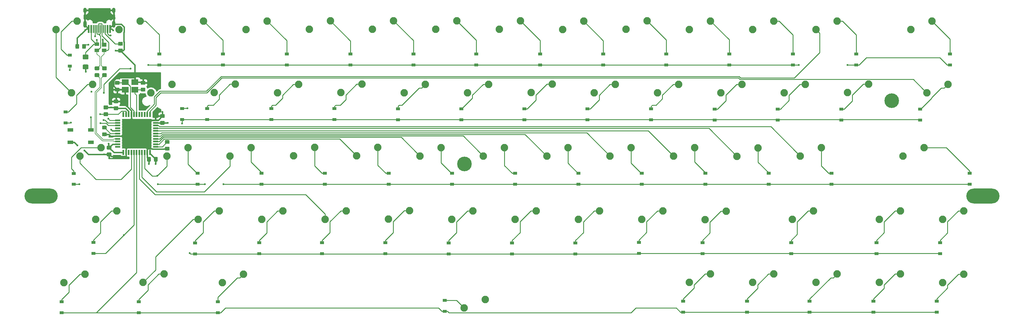
<source format=gbr>
G04 #@! TF.GenerationSoftware,KiCad,Pcbnew,(5.1.4)-1*
G04 #@! TF.CreationDate,2021-06-13T19:42:07-07:00*
G04 #@! TF.ProjectId,Build,4275696c-642e-46b6-9963-61645f706362,rev?*
G04 #@! TF.SameCoordinates,Original*
G04 #@! TF.FileFunction,Copper,L2,Bot*
G04 #@! TF.FilePolarity,Positive*
%FSLAX46Y46*%
G04 Gerber Fmt 4.6, Leading zero omitted, Abs format (unit mm)*
G04 Created by KiCad (PCBNEW (5.1.4)-1) date 2021-06-13 19:42:07*
%MOMM*%
%LPD*%
G04 APERTURE LIST*
%ADD10O,10.000000X4.500000*%
%ADD11C,4.400000*%
%ADD12C,2.250000*%
%ADD13C,0.100000*%
%ADD14C,1.150000*%
%ADD15R,1.200000X0.900000*%
%ADD16R,1.400000X1.000000*%
%ADD17R,1.400000X1.200000*%
%ADD18R,2.100000X1.800000*%
%ADD19R,0.600000X2.450000*%
%ADD20R,0.300000X2.450000*%
%ADD21O,1.000000X2.100000*%
%ADD22O,1.000000X1.600000*%
%ADD23R,0.550000X1.500000*%
%ADD24R,1.500000X0.550000*%
%ADD25R,1.800000X1.100000*%
%ADD26C,1.425000*%
%ADD27C,0.600000*%
%ADD28C,0.381000*%
%ADD29C,0.254000*%
%ADD30C,0.200000*%
G04 APERTURE END LIST*
D10*
X299339000Y-73279000D03*
X16002000Y-73279000D03*
D11*
X271907000Y-44577000D03*
D12*
X38795960Y-77726540D03*
X32445960Y-80266540D03*
D11*
X143383000Y-63627000D03*
D12*
X55420260Y-39613840D03*
X49070260Y-42153840D03*
X281607260Y-58676540D03*
X275257260Y-61216540D03*
X31556960Y-39626540D03*
X25206960Y-42166540D03*
D13*
G36*
X33301465Y-34221664D02*
G01*
X33325733Y-34225264D01*
X33349532Y-34231225D01*
X33372631Y-34239490D01*
X33394810Y-34249980D01*
X33415853Y-34262592D01*
X33435559Y-34277207D01*
X33453737Y-34293683D01*
X33470213Y-34311861D01*
X33484828Y-34331567D01*
X33497440Y-34352610D01*
X33507930Y-34374789D01*
X33516195Y-34397888D01*
X33522156Y-34421687D01*
X33525756Y-34445955D01*
X33526960Y-34470459D01*
X33526960Y-35120461D01*
X33525756Y-35144965D01*
X33522156Y-35169233D01*
X33516195Y-35193032D01*
X33507930Y-35216131D01*
X33497440Y-35238310D01*
X33484828Y-35259353D01*
X33470213Y-35279059D01*
X33453737Y-35297237D01*
X33435559Y-35313713D01*
X33415853Y-35328328D01*
X33394810Y-35340940D01*
X33372631Y-35351430D01*
X33349532Y-35359695D01*
X33325733Y-35365656D01*
X33301465Y-35369256D01*
X33276961Y-35370460D01*
X32376959Y-35370460D01*
X32352455Y-35369256D01*
X32328187Y-35365656D01*
X32304388Y-35359695D01*
X32281289Y-35351430D01*
X32259110Y-35340940D01*
X32238067Y-35328328D01*
X32218361Y-35313713D01*
X32200183Y-35297237D01*
X32183707Y-35279059D01*
X32169092Y-35259353D01*
X32156480Y-35238310D01*
X32145990Y-35216131D01*
X32137725Y-35193032D01*
X32131764Y-35169233D01*
X32128164Y-35144965D01*
X32126960Y-35120461D01*
X32126960Y-34470459D01*
X32128164Y-34445955D01*
X32131764Y-34421687D01*
X32137725Y-34397888D01*
X32145990Y-34374789D01*
X32156480Y-34352610D01*
X32169092Y-34331567D01*
X32183707Y-34311861D01*
X32200183Y-34293683D01*
X32218361Y-34277207D01*
X32238067Y-34262592D01*
X32259110Y-34249980D01*
X32281289Y-34239490D01*
X32304388Y-34231225D01*
X32328187Y-34225264D01*
X32352455Y-34221664D01*
X32376959Y-34220460D01*
X33276961Y-34220460D01*
X33301465Y-34221664D01*
X33301465Y-34221664D01*
G37*
D14*
X32826960Y-34795460D03*
D13*
G36*
X33301465Y-36271664D02*
G01*
X33325733Y-36275264D01*
X33349532Y-36281225D01*
X33372631Y-36289490D01*
X33394810Y-36299980D01*
X33415853Y-36312592D01*
X33435559Y-36327207D01*
X33453737Y-36343683D01*
X33470213Y-36361861D01*
X33484828Y-36381567D01*
X33497440Y-36402610D01*
X33507930Y-36424789D01*
X33516195Y-36447888D01*
X33522156Y-36471687D01*
X33525756Y-36495955D01*
X33526960Y-36520459D01*
X33526960Y-37170461D01*
X33525756Y-37194965D01*
X33522156Y-37219233D01*
X33516195Y-37243032D01*
X33507930Y-37266131D01*
X33497440Y-37288310D01*
X33484828Y-37309353D01*
X33470213Y-37329059D01*
X33453737Y-37347237D01*
X33435559Y-37363713D01*
X33415853Y-37378328D01*
X33394810Y-37390940D01*
X33372631Y-37401430D01*
X33349532Y-37409695D01*
X33325733Y-37415656D01*
X33301465Y-37419256D01*
X33276961Y-37420460D01*
X32376959Y-37420460D01*
X32352455Y-37419256D01*
X32328187Y-37415656D01*
X32304388Y-37409695D01*
X32281289Y-37401430D01*
X32259110Y-37390940D01*
X32238067Y-37378328D01*
X32218361Y-37363713D01*
X32200183Y-37347237D01*
X32183707Y-37329059D01*
X32169092Y-37309353D01*
X32156480Y-37288310D01*
X32145990Y-37266131D01*
X32137725Y-37243032D01*
X32131764Y-37219233D01*
X32128164Y-37194965D01*
X32126960Y-37170461D01*
X32126960Y-36520459D01*
X32128164Y-36495955D01*
X32131764Y-36471687D01*
X32137725Y-36447888D01*
X32145990Y-36424789D01*
X32156480Y-36402610D01*
X32169092Y-36381567D01*
X32183707Y-36361861D01*
X32200183Y-36343683D01*
X32218361Y-36327207D01*
X32238067Y-36312592D01*
X32259110Y-36299980D01*
X32281289Y-36289490D01*
X32304388Y-36281225D01*
X32328187Y-36275264D01*
X32352455Y-36271664D01*
X32376959Y-36270460D01*
X33276961Y-36270460D01*
X33301465Y-36271664D01*
X33301465Y-36271664D01*
G37*
D14*
X32826960Y-36845460D03*
D12*
X88757760Y-77726540D03*
X82407760Y-80266540D03*
D15*
X195834000Y-87223600D03*
X195834000Y-90523600D03*
D12*
X284032960Y-20576540D03*
X277682960Y-23116540D03*
X34036000Y-58674000D03*
X27686000Y-61214000D03*
D16*
X32834400Y-27513200D03*
X32834400Y-29413200D03*
X35034400Y-29413200D03*
D17*
X35034400Y-27693200D03*
D18*
X44234100Y-38921660D03*
X41334100Y-38921660D03*
X41334100Y-41221660D03*
X44234100Y-41221660D03*
D19*
X36778400Y-22939700D03*
X30328400Y-22939700D03*
X36003400Y-22939700D03*
X31103400Y-22939700D03*
D20*
X31803400Y-22939700D03*
X35303400Y-22939700D03*
X32303400Y-22939700D03*
X34803400Y-22939700D03*
X32803400Y-22939700D03*
X34303400Y-22939700D03*
X33803400Y-22939700D03*
X33303400Y-22939700D03*
D21*
X29233400Y-21524700D03*
X37873400Y-21524700D03*
D22*
X29233400Y-17344700D03*
X37873400Y-17344700D03*
D23*
X40769800Y-60132200D03*
X41569800Y-60132200D03*
X42369800Y-60132200D03*
X43169800Y-60132200D03*
X43969800Y-60132200D03*
X44769800Y-60132200D03*
X45569800Y-60132200D03*
X46369800Y-60132200D03*
X47169800Y-60132200D03*
X47969800Y-60132200D03*
X48769800Y-60132200D03*
D24*
X50469800Y-58432200D03*
X50469800Y-57632200D03*
X50469800Y-56832200D03*
X50469800Y-56032200D03*
X50469800Y-55232200D03*
X50469800Y-54432200D03*
X50469800Y-53632200D03*
X50469800Y-52832200D03*
X50469800Y-52032200D03*
X50469800Y-51232200D03*
X50469800Y-50432200D03*
D23*
X48769800Y-48732200D03*
X47969800Y-48732200D03*
X47169800Y-48732200D03*
X46369800Y-48732200D03*
X45569800Y-48732200D03*
X44769800Y-48732200D03*
X43969800Y-48732200D03*
X43169800Y-48732200D03*
X42369800Y-48732200D03*
X41569800Y-48732200D03*
X40769800Y-48732200D03*
D24*
X39069800Y-50432200D03*
X39069800Y-51232200D03*
X39069800Y-52032200D03*
X39069800Y-52832200D03*
X39069800Y-53632200D03*
X39069800Y-54432200D03*
X39069800Y-55232200D03*
X39069800Y-56032200D03*
X39069800Y-56832200D03*
X39069800Y-57632200D03*
X39069800Y-58432200D03*
D25*
X31014600Y-57095000D03*
X24814600Y-53395000D03*
X31014600Y-53395000D03*
X24814600Y-57095000D03*
D13*
G36*
X40375365Y-28887884D02*
G01*
X40399633Y-28891484D01*
X40423432Y-28897445D01*
X40446531Y-28905710D01*
X40468710Y-28916200D01*
X40489753Y-28928812D01*
X40509459Y-28943427D01*
X40527637Y-28959903D01*
X40544113Y-28978081D01*
X40558728Y-28997787D01*
X40571340Y-29018830D01*
X40581830Y-29041009D01*
X40590095Y-29064108D01*
X40596056Y-29087907D01*
X40599656Y-29112175D01*
X40600860Y-29136679D01*
X40600860Y-29786681D01*
X40599656Y-29811185D01*
X40596056Y-29835453D01*
X40590095Y-29859252D01*
X40581830Y-29882351D01*
X40571340Y-29904530D01*
X40558728Y-29925573D01*
X40544113Y-29945279D01*
X40527637Y-29963457D01*
X40509459Y-29979933D01*
X40489753Y-29994548D01*
X40468710Y-30007160D01*
X40446531Y-30017650D01*
X40423432Y-30025915D01*
X40399633Y-30031876D01*
X40375365Y-30035476D01*
X40350861Y-30036680D01*
X39450859Y-30036680D01*
X39426355Y-30035476D01*
X39402087Y-30031876D01*
X39378288Y-30025915D01*
X39355189Y-30017650D01*
X39333010Y-30007160D01*
X39311967Y-29994548D01*
X39292261Y-29979933D01*
X39274083Y-29963457D01*
X39257607Y-29945279D01*
X39242992Y-29925573D01*
X39230380Y-29904530D01*
X39219890Y-29882351D01*
X39211625Y-29859252D01*
X39205664Y-29835453D01*
X39202064Y-29811185D01*
X39200860Y-29786681D01*
X39200860Y-29136679D01*
X39202064Y-29112175D01*
X39205664Y-29087907D01*
X39211625Y-29064108D01*
X39219890Y-29041009D01*
X39230380Y-29018830D01*
X39242992Y-28997787D01*
X39257607Y-28978081D01*
X39274083Y-28959903D01*
X39292261Y-28943427D01*
X39311967Y-28928812D01*
X39333010Y-28916200D01*
X39355189Y-28905710D01*
X39378288Y-28897445D01*
X39402087Y-28891484D01*
X39426355Y-28887884D01*
X39450859Y-28886680D01*
X40350861Y-28886680D01*
X40375365Y-28887884D01*
X40375365Y-28887884D01*
G37*
D14*
X39900860Y-29461680D03*
D13*
G36*
X40375365Y-26837884D02*
G01*
X40399633Y-26841484D01*
X40423432Y-26847445D01*
X40446531Y-26855710D01*
X40468710Y-26866200D01*
X40489753Y-26878812D01*
X40509459Y-26893427D01*
X40527637Y-26909903D01*
X40544113Y-26928081D01*
X40558728Y-26947787D01*
X40571340Y-26968830D01*
X40581830Y-26991009D01*
X40590095Y-27014108D01*
X40596056Y-27037907D01*
X40599656Y-27062175D01*
X40600860Y-27086679D01*
X40600860Y-27736681D01*
X40599656Y-27761185D01*
X40596056Y-27785453D01*
X40590095Y-27809252D01*
X40581830Y-27832351D01*
X40571340Y-27854530D01*
X40558728Y-27875573D01*
X40544113Y-27895279D01*
X40527637Y-27913457D01*
X40509459Y-27929933D01*
X40489753Y-27944548D01*
X40468710Y-27957160D01*
X40446531Y-27967650D01*
X40423432Y-27975915D01*
X40399633Y-27981876D01*
X40375365Y-27985476D01*
X40350861Y-27986680D01*
X39450859Y-27986680D01*
X39426355Y-27985476D01*
X39402087Y-27981876D01*
X39378288Y-27975915D01*
X39355189Y-27967650D01*
X39333010Y-27957160D01*
X39311967Y-27944548D01*
X39292261Y-27929933D01*
X39274083Y-27913457D01*
X39257607Y-27895279D01*
X39242992Y-27875573D01*
X39230380Y-27854530D01*
X39219890Y-27832351D01*
X39211625Y-27809252D01*
X39205664Y-27785453D01*
X39202064Y-27761185D01*
X39200860Y-27736681D01*
X39200860Y-27086679D01*
X39202064Y-27062175D01*
X39205664Y-27037907D01*
X39211625Y-27014108D01*
X39219890Y-26991009D01*
X39230380Y-26968830D01*
X39242992Y-26947787D01*
X39257607Y-26928081D01*
X39274083Y-26909903D01*
X39292261Y-26893427D01*
X39311967Y-26878812D01*
X39333010Y-26866200D01*
X39355189Y-26855710D01*
X39378288Y-26847445D01*
X39402087Y-26841484D01*
X39426355Y-26837884D01*
X39450859Y-26836680D01*
X40350861Y-26836680D01*
X40375365Y-26837884D01*
X40375365Y-26837884D01*
G37*
D14*
X39900860Y-27411680D03*
D13*
G36*
X27255505Y-27495204D02*
G01*
X27279773Y-27498804D01*
X27303572Y-27504765D01*
X27326671Y-27513030D01*
X27348850Y-27523520D01*
X27369893Y-27536132D01*
X27389599Y-27550747D01*
X27407777Y-27567223D01*
X27424253Y-27585401D01*
X27438868Y-27605107D01*
X27451480Y-27626150D01*
X27461970Y-27648329D01*
X27470235Y-27671428D01*
X27476196Y-27695227D01*
X27479796Y-27719495D01*
X27481000Y-27743999D01*
X27481000Y-28644001D01*
X27479796Y-28668505D01*
X27476196Y-28692773D01*
X27470235Y-28716572D01*
X27461970Y-28739671D01*
X27451480Y-28761850D01*
X27438868Y-28782893D01*
X27424253Y-28802599D01*
X27407777Y-28820777D01*
X27389599Y-28837253D01*
X27369893Y-28851868D01*
X27348850Y-28864480D01*
X27326671Y-28874970D01*
X27303572Y-28883235D01*
X27279773Y-28889196D01*
X27255505Y-28892796D01*
X27231001Y-28894000D01*
X26580999Y-28894000D01*
X26556495Y-28892796D01*
X26532227Y-28889196D01*
X26508428Y-28883235D01*
X26485329Y-28874970D01*
X26463150Y-28864480D01*
X26442107Y-28851868D01*
X26422401Y-28837253D01*
X26404223Y-28820777D01*
X26387747Y-28802599D01*
X26373132Y-28782893D01*
X26360520Y-28761850D01*
X26350030Y-28739671D01*
X26341765Y-28716572D01*
X26335804Y-28692773D01*
X26332204Y-28668505D01*
X26331000Y-28644001D01*
X26331000Y-27743999D01*
X26332204Y-27719495D01*
X26335804Y-27695227D01*
X26341765Y-27671428D01*
X26350030Y-27648329D01*
X26360520Y-27626150D01*
X26373132Y-27605107D01*
X26387747Y-27585401D01*
X26404223Y-27567223D01*
X26422401Y-27550747D01*
X26442107Y-27536132D01*
X26463150Y-27523520D01*
X26485329Y-27513030D01*
X26508428Y-27504765D01*
X26532227Y-27498804D01*
X26556495Y-27495204D01*
X26580999Y-27494000D01*
X27231001Y-27494000D01*
X27255505Y-27495204D01*
X27255505Y-27495204D01*
G37*
D14*
X26906000Y-28194000D03*
D13*
G36*
X29305505Y-27495204D02*
G01*
X29329773Y-27498804D01*
X29353572Y-27504765D01*
X29376671Y-27513030D01*
X29398850Y-27523520D01*
X29419893Y-27536132D01*
X29439599Y-27550747D01*
X29457777Y-27567223D01*
X29474253Y-27585401D01*
X29488868Y-27605107D01*
X29501480Y-27626150D01*
X29511970Y-27648329D01*
X29520235Y-27671428D01*
X29526196Y-27695227D01*
X29529796Y-27719495D01*
X29531000Y-27743999D01*
X29531000Y-28644001D01*
X29529796Y-28668505D01*
X29526196Y-28692773D01*
X29520235Y-28716572D01*
X29511970Y-28739671D01*
X29501480Y-28761850D01*
X29488868Y-28782893D01*
X29474253Y-28802599D01*
X29457777Y-28820777D01*
X29439599Y-28837253D01*
X29419893Y-28851868D01*
X29398850Y-28864480D01*
X29376671Y-28874970D01*
X29353572Y-28883235D01*
X29329773Y-28889196D01*
X29305505Y-28892796D01*
X29281001Y-28894000D01*
X28630999Y-28894000D01*
X28606495Y-28892796D01*
X28582227Y-28889196D01*
X28558428Y-28883235D01*
X28535329Y-28874970D01*
X28513150Y-28864480D01*
X28492107Y-28851868D01*
X28472401Y-28837253D01*
X28454223Y-28820777D01*
X28437747Y-28802599D01*
X28423132Y-28782893D01*
X28410520Y-28761850D01*
X28400030Y-28739671D01*
X28391765Y-28716572D01*
X28385804Y-28692773D01*
X28382204Y-28668505D01*
X28381000Y-28644001D01*
X28381000Y-27743999D01*
X28382204Y-27719495D01*
X28385804Y-27695227D01*
X28391765Y-27671428D01*
X28400030Y-27648329D01*
X28410520Y-27626150D01*
X28423132Y-27605107D01*
X28437747Y-27585401D01*
X28454223Y-27567223D01*
X28472401Y-27550747D01*
X28492107Y-27536132D01*
X28513150Y-27523520D01*
X28535329Y-27513030D01*
X28558428Y-27504765D01*
X28582227Y-27498804D01*
X28606495Y-27495204D01*
X28630999Y-27494000D01*
X29281001Y-27494000D01*
X29305505Y-27495204D01*
X29305505Y-27495204D01*
G37*
D14*
X28956000Y-28194000D03*
D13*
G36*
X54449505Y-56373004D02*
G01*
X54473773Y-56376604D01*
X54497572Y-56382565D01*
X54520671Y-56390830D01*
X54542850Y-56401320D01*
X54563893Y-56413932D01*
X54583599Y-56428547D01*
X54601777Y-56445023D01*
X54618253Y-56463201D01*
X54632868Y-56482907D01*
X54645480Y-56503950D01*
X54655970Y-56526129D01*
X54664235Y-56549228D01*
X54670196Y-56573027D01*
X54673796Y-56597295D01*
X54675000Y-56621799D01*
X54675000Y-57271801D01*
X54673796Y-57296305D01*
X54670196Y-57320573D01*
X54664235Y-57344372D01*
X54655970Y-57367471D01*
X54645480Y-57389650D01*
X54632868Y-57410693D01*
X54618253Y-57430399D01*
X54601777Y-57448577D01*
X54583599Y-57465053D01*
X54563893Y-57479668D01*
X54542850Y-57492280D01*
X54520671Y-57502770D01*
X54497572Y-57511035D01*
X54473773Y-57516996D01*
X54449505Y-57520596D01*
X54425001Y-57521800D01*
X53524999Y-57521800D01*
X53500495Y-57520596D01*
X53476227Y-57516996D01*
X53452428Y-57511035D01*
X53429329Y-57502770D01*
X53407150Y-57492280D01*
X53386107Y-57479668D01*
X53366401Y-57465053D01*
X53348223Y-57448577D01*
X53331747Y-57430399D01*
X53317132Y-57410693D01*
X53304520Y-57389650D01*
X53294030Y-57367471D01*
X53285765Y-57344372D01*
X53279804Y-57320573D01*
X53276204Y-57296305D01*
X53275000Y-57271801D01*
X53275000Y-56621799D01*
X53276204Y-56597295D01*
X53279804Y-56573027D01*
X53285765Y-56549228D01*
X53294030Y-56526129D01*
X53304520Y-56503950D01*
X53317132Y-56482907D01*
X53331747Y-56463201D01*
X53348223Y-56445023D01*
X53366401Y-56428547D01*
X53386107Y-56413932D01*
X53407150Y-56401320D01*
X53429329Y-56390830D01*
X53452428Y-56382565D01*
X53476227Y-56376604D01*
X53500495Y-56373004D01*
X53524999Y-56371800D01*
X54425001Y-56371800D01*
X54449505Y-56373004D01*
X54449505Y-56373004D01*
G37*
D14*
X53975000Y-56946800D03*
D13*
G36*
X54449505Y-58423004D02*
G01*
X54473773Y-58426604D01*
X54497572Y-58432565D01*
X54520671Y-58440830D01*
X54542850Y-58451320D01*
X54563893Y-58463932D01*
X54583599Y-58478547D01*
X54601777Y-58495023D01*
X54618253Y-58513201D01*
X54632868Y-58532907D01*
X54645480Y-58553950D01*
X54655970Y-58576129D01*
X54664235Y-58599228D01*
X54670196Y-58623027D01*
X54673796Y-58647295D01*
X54675000Y-58671799D01*
X54675000Y-59321801D01*
X54673796Y-59346305D01*
X54670196Y-59370573D01*
X54664235Y-59394372D01*
X54655970Y-59417471D01*
X54645480Y-59439650D01*
X54632868Y-59460693D01*
X54618253Y-59480399D01*
X54601777Y-59498577D01*
X54583599Y-59515053D01*
X54563893Y-59529668D01*
X54542850Y-59542280D01*
X54520671Y-59552770D01*
X54497572Y-59561035D01*
X54473773Y-59566996D01*
X54449505Y-59570596D01*
X54425001Y-59571800D01*
X53524999Y-59571800D01*
X53500495Y-59570596D01*
X53476227Y-59566996D01*
X53452428Y-59561035D01*
X53429329Y-59552770D01*
X53407150Y-59542280D01*
X53386107Y-59529668D01*
X53366401Y-59515053D01*
X53348223Y-59498577D01*
X53331747Y-59480399D01*
X53317132Y-59460693D01*
X53304520Y-59439650D01*
X53294030Y-59417471D01*
X53285765Y-59394372D01*
X53279804Y-59370573D01*
X53276204Y-59346305D01*
X53275000Y-59321801D01*
X53275000Y-58671799D01*
X53276204Y-58647295D01*
X53279804Y-58623027D01*
X53285765Y-58599228D01*
X53294030Y-58576129D01*
X53304520Y-58553950D01*
X53317132Y-58532907D01*
X53331747Y-58513201D01*
X53348223Y-58495023D01*
X53366401Y-58478547D01*
X53386107Y-58463932D01*
X53407150Y-58451320D01*
X53429329Y-58440830D01*
X53452428Y-58432565D01*
X53476227Y-58426604D01*
X53500495Y-58423004D01*
X53524999Y-58421800D01*
X54425001Y-58421800D01*
X54449505Y-58423004D01*
X54449505Y-58423004D01*
G37*
D14*
X53975000Y-58996800D03*
D13*
G36*
X35567145Y-34229284D02*
G01*
X35591413Y-34232884D01*
X35615212Y-34238845D01*
X35638311Y-34247110D01*
X35660490Y-34257600D01*
X35681533Y-34270212D01*
X35701239Y-34284827D01*
X35719417Y-34301303D01*
X35735893Y-34319481D01*
X35750508Y-34339187D01*
X35763120Y-34360230D01*
X35773610Y-34382409D01*
X35781875Y-34405508D01*
X35787836Y-34429307D01*
X35791436Y-34453575D01*
X35792640Y-34478079D01*
X35792640Y-35128081D01*
X35791436Y-35152585D01*
X35787836Y-35176853D01*
X35781875Y-35200652D01*
X35773610Y-35223751D01*
X35763120Y-35245930D01*
X35750508Y-35266973D01*
X35735893Y-35286679D01*
X35719417Y-35304857D01*
X35701239Y-35321333D01*
X35681533Y-35335948D01*
X35660490Y-35348560D01*
X35638311Y-35359050D01*
X35615212Y-35367315D01*
X35591413Y-35373276D01*
X35567145Y-35376876D01*
X35542641Y-35378080D01*
X34642639Y-35378080D01*
X34618135Y-35376876D01*
X34593867Y-35373276D01*
X34570068Y-35367315D01*
X34546969Y-35359050D01*
X34524790Y-35348560D01*
X34503747Y-35335948D01*
X34484041Y-35321333D01*
X34465863Y-35304857D01*
X34449387Y-35286679D01*
X34434772Y-35266973D01*
X34422160Y-35245930D01*
X34411670Y-35223751D01*
X34403405Y-35200652D01*
X34397444Y-35176853D01*
X34393844Y-35152585D01*
X34392640Y-35128081D01*
X34392640Y-34478079D01*
X34393844Y-34453575D01*
X34397444Y-34429307D01*
X34403405Y-34405508D01*
X34411670Y-34382409D01*
X34422160Y-34360230D01*
X34434772Y-34339187D01*
X34449387Y-34319481D01*
X34465863Y-34301303D01*
X34484041Y-34284827D01*
X34503747Y-34270212D01*
X34524790Y-34257600D01*
X34546969Y-34247110D01*
X34570068Y-34238845D01*
X34593867Y-34232884D01*
X34618135Y-34229284D01*
X34642639Y-34228080D01*
X35542641Y-34228080D01*
X35567145Y-34229284D01*
X35567145Y-34229284D01*
G37*
D14*
X35092640Y-34803080D03*
D13*
G36*
X35567145Y-36279284D02*
G01*
X35591413Y-36282884D01*
X35615212Y-36288845D01*
X35638311Y-36297110D01*
X35660490Y-36307600D01*
X35681533Y-36320212D01*
X35701239Y-36334827D01*
X35719417Y-36351303D01*
X35735893Y-36369481D01*
X35750508Y-36389187D01*
X35763120Y-36410230D01*
X35773610Y-36432409D01*
X35781875Y-36455508D01*
X35787836Y-36479307D01*
X35791436Y-36503575D01*
X35792640Y-36528079D01*
X35792640Y-37178081D01*
X35791436Y-37202585D01*
X35787836Y-37226853D01*
X35781875Y-37250652D01*
X35773610Y-37273751D01*
X35763120Y-37295930D01*
X35750508Y-37316973D01*
X35735893Y-37336679D01*
X35719417Y-37354857D01*
X35701239Y-37371333D01*
X35681533Y-37385948D01*
X35660490Y-37398560D01*
X35638311Y-37409050D01*
X35615212Y-37417315D01*
X35591413Y-37423276D01*
X35567145Y-37426876D01*
X35542641Y-37428080D01*
X34642639Y-37428080D01*
X34618135Y-37426876D01*
X34593867Y-37423276D01*
X34570068Y-37417315D01*
X34546969Y-37409050D01*
X34524790Y-37398560D01*
X34503747Y-37385948D01*
X34484041Y-37371333D01*
X34465863Y-37354857D01*
X34449387Y-37336679D01*
X34434772Y-37316973D01*
X34422160Y-37295930D01*
X34411670Y-37273751D01*
X34403405Y-37250652D01*
X34397444Y-37226853D01*
X34393844Y-37202585D01*
X34392640Y-37178081D01*
X34392640Y-36528079D01*
X34393844Y-36503575D01*
X34397444Y-36479307D01*
X34403405Y-36455508D01*
X34411670Y-36432409D01*
X34422160Y-36410230D01*
X34434772Y-36389187D01*
X34449387Y-36369481D01*
X34465863Y-36351303D01*
X34484041Y-36334827D01*
X34503747Y-36320212D01*
X34524790Y-36307600D01*
X34546969Y-36297110D01*
X34570068Y-36288845D01*
X34593867Y-36282884D01*
X34618135Y-36279284D01*
X34642639Y-36278080D01*
X35542641Y-36278080D01*
X35567145Y-36279284D01*
X35567145Y-36279284D01*
G37*
D14*
X35092640Y-36853080D03*
D13*
G36*
X35971005Y-48047104D02*
G01*
X35995273Y-48050704D01*
X36019072Y-48056665D01*
X36042171Y-48064930D01*
X36064350Y-48075420D01*
X36085393Y-48088032D01*
X36105099Y-48102647D01*
X36123277Y-48119123D01*
X36139753Y-48137301D01*
X36154368Y-48157007D01*
X36166980Y-48178050D01*
X36177470Y-48200229D01*
X36185735Y-48223328D01*
X36191696Y-48247127D01*
X36195296Y-48271395D01*
X36196500Y-48295899D01*
X36196500Y-48945901D01*
X36195296Y-48970405D01*
X36191696Y-48994673D01*
X36185735Y-49018472D01*
X36177470Y-49041571D01*
X36166980Y-49063750D01*
X36154368Y-49084793D01*
X36139753Y-49104499D01*
X36123277Y-49122677D01*
X36105099Y-49139153D01*
X36085393Y-49153768D01*
X36064350Y-49166380D01*
X36042171Y-49176870D01*
X36019072Y-49185135D01*
X35995273Y-49191096D01*
X35971005Y-49194696D01*
X35946501Y-49195900D01*
X35046499Y-49195900D01*
X35021995Y-49194696D01*
X34997727Y-49191096D01*
X34973928Y-49185135D01*
X34950829Y-49176870D01*
X34928650Y-49166380D01*
X34907607Y-49153768D01*
X34887901Y-49139153D01*
X34869723Y-49122677D01*
X34853247Y-49104499D01*
X34838632Y-49084793D01*
X34826020Y-49063750D01*
X34815530Y-49041571D01*
X34807265Y-49018472D01*
X34801304Y-48994673D01*
X34797704Y-48970405D01*
X34796500Y-48945901D01*
X34796500Y-48295899D01*
X34797704Y-48271395D01*
X34801304Y-48247127D01*
X34807265Y-48223328D01*
X34815530Y-48200229D01*
X34826020Y-48178050D01*
X34838632Y-48157007D01*
X34853247Y-48137301D01*
X34869723Y-48119123D01*
X34887901Y-48102647D01*
X34907607Y-48088032D01*
X34928650Y-48075420D01*
X34950829Y-48064930D01*
X34973928Y-48056665D01*
X34997727Y-48050704D01*
X35021995Y-48047104D01*
X35046499Y-48045900D01*
X35946501Y-48045900D01*
X35971005Y-48047104D01*
X35971005Y-48047104D01*
G37*
D14*
X35496500Y-48620900D03*
D13*
G36*
X35971005Y-45997104D02*
G01*
X35995273Y-46000704D01*
X36019072Y-46006665D01*
X36042171Y-46014930D01*
X36064350Y-46025420D01*
X36085393Y-46038032D01*
X36105099Y-46052647D01*
X36123277Y-46069123D01*
X36139753Y-46087301D01*
X36154368Y-46107007D01*
X36166980Y-46128050D01*
X36177470Y-46150229D01*
X36185735Y-46173328D01*
X36191696Y-46197127D01*
X36195296Y-46221395D01*
X36196500Y-46245899D01*
X36196500Y-46895901D01*
X36195296Y-46920405D01*
X36191696Y-46944673D01*
X36185735Y-46968472D01*
X36177470Y-46991571D01*
X36166980Y-47013750D01*
X36154368Y-47034793D01*
X36139753Y-47054499D01*
X36123277Y-47072677D01*
X36105099Y-47089153D01*
X36085393Y-47103768D01*
X36064350Y-47116380D01*
X36042171Y-47126870D01*
X36019072Y-47135135D01*
X35995273Y-47141096D01*
X35971005Y-47144696D01*
X35946501Y-47145900D01*
X35046499Y-47145900D01*
X35021995Y-47144696D01*
X34997727Y-47141096D01*
X34973928Y-47135135D01*
X34950829Y-47126870D01*
X34928650Y-47116380D01*
X34907607Y-47103768D01*
X34887901Y-47089153D01*
X34869723Y-47072677D01*
X34853247Y-47054499D01*
X34838632Y-47034793D01*
X34826020Y-47013750D01*
X34815530Y-46991571D01*
X34807265Y-46968472D01*
X34801304Y-46944673D01*
X34797704Y-46920405D01*
X34796500Y-46895901D01*
X34796500Y-46245899D01*
X34797704Y-46221395D01*
X34801304Y-46197127D01*
X34807265Y-46173328D01*
X34815530Y-46150229D01*
X34826020Y-46128050D01*
X34838632Y-46107007D01*
X34853247Y-46087301D01*
X34869723Y-46069123D01*
X34887901Y-46052647D01*
X34907607Y-46038032D01*
X34928650Y-46025420D01*
X34950829Y-46014930D01*
X34973928Y-46006665D01*
X34997727Y-46000704D01*
X35021995Y-45997104D01*
X35046499Y-45995900D01*
X35946501Y-45995900D01*
X35971005Y-45997104D01*
X35971005Y-45997104D01*
G37*
D14*
X35496500Y-46570900D03*
D12*
X69656960Y-77726540D03*
X63306960Y-80266540D03*
X150644860Y-39613840D03*
X144294860Y-42153840D03*
X53032660Y-96738440D03*
X46682660Y-99278440D03*
X74470260Y-39575740D03*
X68120260Y-42115740D03*
X126832360Y-77675740D03*
X120482360Y-80215740D03*
X274495260Y-77751940D03*
X268145260Y-80291940D03*
X169745660Y-39588440D03*
X163395660Y-42128440D03*
X131632960Y-39639240D03*
X125282960Y-42179240D03*
X143256000Y-106934000D03*
X149606000Y-104394000D03*
X79181960Y-58676540D03*
X72831960Y-61216540D03*
X248345960Y-77726540D03*
X241995960Y-80266540D03*
X293557960Y-96776540D03*
X287207960Y-99316540D03*
X217332560Y-96738440D03*
X210982560Y-99278440D03*
X112570260Y-39575740D03*
X106220260Y-42115740D03*
X226857560Y-39613840D03*
X220507560Y-42153840D03*
X207769460Y-39613840D03*
X201419460Y-42153840D03*
X164970460Y-77713840D03*
X158620460Y-80253840D03*
X184020460Y-77739240D03*
X177670460Y-80279240D03*
X255457960Y-96738440D03*
X249107960Y-99278440D03*
X212595460Y-58651140D03*
X206245460Y-61191140D03*
X193532760Y-58651140D03*
X187182760Y-61191140D03*
X174508160Y-58676540D03*
X168158160Y-61216540D03*
X188772800Y-39629080D03*
X182422800Y-42169080D03*
X155432760Y-58676540D03*
X149082760Y-61216540D03*
X136370060Y-58676540D03*
X130020060Y-61216540D03*
X236420660Y-96725740D03*
X230070660Y-99265740D03*
X117332760Y-58638440D03*
X110982760Y-61178440D03*
X26870660Y-20551140D03*
X20520660Y-23091140D03*
X93520260Y-39639240D03*
X87170260Y-42179240D03*
X274507960Y-96725740D03*
X268157960Y-99265740D03*
X98295460Y-58638440D03*
X91945460Y-61178440D03*
X29270960Y-96776540D03*
X22920960Y-99316540D03*
X107769660Y-77713840D03*
X101419660Y-80253840D03*
X145882360Y-77739240D03*
X139532360Y-80279240D03*
X76895960Y-96776540D03*
X70545960Y-99316540D03*
X60220860Y-58651140D03*
X53870860Y-61191140D03*
X264919460Y-39563040D03*
X258569460Y-42103040D03*
X288798000Y-39624000D03*
X282448000Y-42164000D03*
X245894860Y-39639240D03*
X239544860Y-42179240D03*
X255445260Y-20563840D03*
X249095260Y-23103840D03*
X231708960Y-58740040D03*
X225358960Y-61280040D03*
X293557960Y-77724000D03*
X287207960Y-80264000D03*
X236407960Y-20576540D03*
X230057960Y-23116540D03*
X250758960Y-58676540D03*
X244408960Y-61216540D03*
X198318120Y-20520660D03*
X191968120Y-23060660D03*
X179230020Y-20566380D03*
X172880020Y-23106380D03*
X160195260Y-20525740D03*
X153845260Y-23065740D03*
X141119860Y-20538440D03*
X134769860Y-23078440D03*
X122057160Y-20500340D03*
X115707160Y-23040340D03*
X103045260Y-20525740D03*
X96695260Y-23065740D03*
X84013040Y-20546060D03*
X77663040Y-23086060D03*
X64907160Y-20551140D03*
X58557160Y-23091140D03*
X45869860Y-20589240D03*
X39519860Y-23129240D03*
X217357960Y-20551140D03*
X211007960Y-23091140D03*
X222120460Y-77790040D03*
X215770460Y-80330040D03*
X203019660Y-77713840D03*
X196669660Y-80253840D03*
D13*
G36*
X30057624Y-30693264D02*
G01*
X30081893Y-30696864D01*
X30105691Y-30702825D01*
X30128791Y-30711090D01*
X30150969Y-30721580D01*
X30172013Y-30734193D01*
X30191718Y-30748807D01*
X30209897Y-30765283D01*
X30226373Y-30783462D01*
X30240987Y-30803167D01*
X30253600Y-30824211D01*
X30264090Y-30846389D01*
X30272355Y-30869489D01*
X30278316Y-30893287D01*
X30281916Y-30917556D01*
X30283120Y-30942060D01*
X30283120Y-31867060D01*
X30281916Y-31891564D01*
X30278316Y-31915833D01*
X30272355Y-31939631D01*
X30264090Y-31962731D01*
X30253600Y-31984909D01*
X30240987Y-32005953D01*
X30226373Y-32025658D01*
X30209897Y-32043837D01*
X30191718Y-32060313D01*
X30172013Y-32074927D01*
X30150969Y-32087540D01*
X30128791Y-32098030D01*
X30105691Y-32106295D01*
X30081893Y-32112256D01*
X30057624Y-32115856D01*
X30033120Y-32117060D01*
X28783120Y-32117060D01*
X28758616Y-32115856D01*
X28734347Y-32112256D01*
X28710549Y-32106295D01*
X28687449Y-32098030D01*
X28665271Y-32087540D01*
X28644227Y-32074927D01*
X28624522Y-32060313D01*
X28606343Y-32043837D01*
X28589867Y-32025658D01*
X28575253Y-32005953D01*
X28562640Y-31984909D01*
X28552150Y-31962731D01*
X28543885Y-31939631D01*
X28537924Y-31915833D01*
X28534324Y-31891564D01*
X28533120Y-31867060D01*
X28533120Y-30942060D01*
X28534324Y-30917556D01*
X28537924Y-30893287D01*
X28543885Y-30869489D01*
X28552150Y-30846389D01*
X28562640Y-30824211D01*
X28575253Y-30803167D01*
X28589867Y-30783462D01*
X28606343Y-30765283D01*
X28624522Y-30748807D01*
X28644227Y-30734193D01*
X28665271Y-30721580D01*
X28687449Y-30711090D01*
X28710549Y-30702825D01*
X28734347Y-30696864D01*
X28758616Y-30693264D01*
X28783120Y-30692060D01*
X30033120Y-30692060D01*
X30057624Y-30693264D01*
X30057624Y-30693264D01*
G37*
D26*
X29408120Y-31404560D03*
D13*
G36*
X30057624Y-33668264D02*
G01*
X30081893Y-33671864D01*
X30105691Y-33677825D01*
X30128791Y-33686090D01*
X30150969Y-33696580D01*
X30172013Y-33709193D01*
X30191718Y-33723807D01*
X30209897Y-33740283D01*
X30226373Y-33758462D01*
X30240987Y-33778167D01*
X30253600Y-33799211D01*
X30264090Y-33821389D01*
X30272355Y-33844489D01*
X30278316Y-33868287D01*
X30281916Y-33892556D01*
X30283120Y-33917060D01*
X30283120Y-34842060D01*
X30281916Y-34866564D01*
X30278316Y-34890833D01*
X30272355Y-34914631D01*
X30264090Y-34937731D01*
X30253600Y-34959909D01*
X30240987Y-34980953D01*
X30226373Y-35000658D01*
X30209897Y-35018837D01*
X30191718Y-35035313D01*
X30172013Y-35049927D01*
X30150969Y-35062540D01*
X30128791Y-35073030D01*
X30105691Y-35081295D01*
X30081893Y-35087256D01*
X30057624Y-35090856D01*
X30033120Y-35092060D01*
X28783120Y-35092060D01*
X28758616Y-35090856D01*
X28734347Y-35087256D01*
X28710549Y-35081295D01*
X28687449Y-35073030D01*
X28665271Y-35062540D01*
X28644227Y-35049927D01*
X28624522Y-35035313D01*
X28606343Y-35018837D01*
X28589867Y-35000658D01*
X28575253Y-34980953D01*
X28562640Y-34959909D01*
X28552150Y-34937731D01*
X28543885Y-34914631D01*
X28537924Y-34890833D01*
X28534324Y-34866564D01*
X28533120Y-34842060D01*
X28533120Y-33917060D01*
X28534324Y-33892556D01*
X28537924Y-33868287D01*
X28543885Y-33844489D01*
X28552150Y-33821389D01*
X28562640Y-33799211D01*
X28575253Y-33778167D01*
X28589867Y-33758462D01*
X28606343Y-33740283D01*
X28624522Y-33723807D01*
X28644227Y-33709193D01*
X28665271Y-33696580D01*
X28687449Y-33686090D01*
X28710549Y-33677825D01*
X28734347Y-33671864D01*
X28758616Y-33668264D01*
X28783120Y-33667060D01*
X30033120Y-33667060D01*
X30057624Y-33668264D01*
X30057624Y-33668264D01*
G37*
D26*
X29408120Y-34379560D03*
D15*
X285445200Y-104908080D03*
X285445200Y-108208080D03*
X266390120Y-104951260D03*
X266390120Y-108251260D03*
X247200420Y-104951260D03*
X247200420Y-108251260D03*
X228333300Y-104925860D03*
X228333300Y-108225860D03*
X209179160Y-104918240D03*
X209179160Y-108218240D03*
X137414000Y-104648000D03*
X137414000Y-107948000D03*
X69194680Y-105110280D03*
X69194680Y-108410280D03*
X45384720Y-105121440D03*
X45384720Y-108421440D03*
X22171660Y-105115360D03*
X22171660Y-108415360D03*
X286425640Y-87290640D03*
X286425640Y-90590640D03*
X267304520Y-87303340D03*
X267304520Y-90603340D03*
X241642900Y-87305880D03*
X241642900Y-90605880D03*
X214955120Y-87321120D03*
X214955120Y-90621120D03*
X176758600Y-87349060D03*
X176758600Y-90649060D03*
X157693360Y-87363300D03*
X157693360Y-90663300D03*
X138658600Y-87350600D03*
X138658600Y-90650600D03*
X119588280Y-87330280D03*
X119588280Y-90630280D03*
X100568760Y-87326200D03*
X100568760Y-90626200D03*
X81610200Y-87337900D03*
X81610200Y-90637900D03*
X62369700Y-87402400D03*
X62369700Y-90702400D03*
X31750000Y-87250000D03*
X31750000Y-90550000D03*
X295351200Y-66383900D03*
X295351200Y-69683900D03*
X253791720Y-66401680D03*
X253791720Y-69701680D03*
X234899200Y-66373740D03*
X234899200Y-69673740D03*
X215856820Y-66373740D03*
X215856820Y-69673740D03*
X196672200Y-66366120D03*
X196672200Y-69666120D03*
X177673000Y-66399140D03*
X177673000Y-69699140D03*
X158597600Y-66378820D03*
X158597600Y-69678820D03*
X139661900Y-66381360D03*
X139661900Y-69681360D03*
X120561100Y-66432160D03*
X120561100Y-69732160D03*
X101346000Y-66394060D03*
X101346000Y-69694060D03*
X82316320Y-66376280D03*
X82316320Y-69676280D03*
X63106300Y-66376280D03*
X63106300Y-69676280D03*
X25882600Y-66434700D03*
X25882600Y-69734700D03*
X280479500Y-47078900D03*
X280479500Y-50378900D03*
X256768600Y-47054500D03*
X256768600Y-50354500D03*
X237617000Y-47054500D03*
X237617000Y-50354500D03*
X218643200Y-47055500D03*
X218643200Y-50355500D03*
X199511920Y-46975760D03*
X199511920Y-50275760D03*
X180365400Y-47002700D03*
X180365400Y-50302700D03*
X161432240Y-46993540D03*
X161432240Y-50293540D03*
X142397480Y-46978300D03*
X142397480Y-50278300D03*
X123357640Y-46978300D03*
X123357640Y-50278300D03*
X104292400Y-46952900D03*
X104292400Y-50252900D03*
X85316060Y-46949360D03*
X85316060Y-50249360D03*
X65971420Y-46942740D03*
X65971420Y-50242740D03*
X58445400Y-46928500D03*
X58445400Y-50228500D03*
X23368000Y-47931800D03*
X23368000Y-51231800D03*
X289445700Y-30505400D03*
X289445700Y-33805400D03*
X261188200Y-30506400D03*
X261188200Y-33806400D03*
X242163600Y-30481000D03*
X242163600Y-33781000D03*
X223012000Y-30481000D03*
X223012000Y-33781000D03*
X204063600Y-30481000D03*
X204063600Y-33781000D03*
X185138060Y-30481000D03*
X185138060Y-33781000D03*
X166103300Y-30481000D03*
X166103300Y-33781000D03*
X146939000Y-30480000D03*
X146939000Y-33780000D03*
X128003300Y-30481000D03*
X128003300Y-33781000D03*
X109080300Y-30481000D03*
X109080300Y-33781000D03*
X89928700Y-30481000D03*
X89928700Y-33781000D03*
X70708520Y-30481000D03*
X70708520Y-33781000D03*
X51562000Y-30481000D03*
X51562000Y-33781000D03*
X24638000Y-30861000D03*
X24638000Y-34161000D03*
D13*
G36*
X36948905Y-60150204D02*
G01*
X36973173Y-60153804D01*
X36996972Y-60159765D01*
X37020071Y-60168030D01*
X37042250Y-60178520D01*
X37063293Y-60191132D01*
X37082999Y-60205747D01*
X37101177Y-60222223D01*
X37117653Y-60240401D01*
X37132268Y-60260107D01*
X37144880Y-60281150D01*
X37155370Y-60303329D01*
X37163635Y-60326428D01*
X37169596Y-60350227D01*
X37173196Y-60374495D01*
X37174400Y-60398999D01*
X37174400Y-61049001D01*
X37173196Y-61073505D01*
X37169596Y-61097773D01*
X37163635Y-61121572D01*
X37155370Y-61144671D01*
X37144880Y-61166850D01*
X37132268Y-61187893D01*
X37117653Y-61207599D01*
X37101177Y-61225777D01*
X37082999Y-61242253D01*
X37063293Y-61256868D01*
X37042250Y-61269480D01*
X37020071Y-61279970D01*
X36996972Y-61288235D01*
X36973173Y-61294196D01*
X36948905Y-61297796D01*
X36924401Y-61299000D01*
X36024399Y-61299000D01*
X35999895Y-61297796D01*
X35975627Y-61294196D01*
X35951828Y-61288235D01*
X35928729Y-61279970D01*
X35906550Y-61269480D01*
X35885507Y-61256868D01*
X35865801Y-61242253D01*
X35847623Y-61225777D01*
X35831147Y-61207599D01*
X35816532Y-61187893D01*
X35803920Y-61166850D01*
X35793430Y-61144671D01*
X35785165Y-61121572D01*
X35779204Y-61097773D01*
X35775604Y-61073505D01*
X35774400Y-61049001D01*
X35774400Y-60398999D01*
X35775604Y-60374495D01*
X35779204Y-60350227D01*
X35785165Y-60326428D01*
X35793430Y-60303329D01*
X35803920Y-60281150D01*
X35816532Y-60260107D01*
X35831147Y-60240401D01*
X35847623Y-60222223D01*
X35865801Y-60205747D01*
X35885507Y-60191132D01*
X35906550Y-60178520D01*
X35928729Y-60168030D01*
X35951828Y-60159765D01*
X35975627Y-60153804D01*
X35999895Y-60150204D01*
X36024399Y-60149000D01*
X36924401Y-60149000D01*
X36948905Y-60150204D01*
X36948905Y-60150204D01*
G37*
D14*
X36474400Y-60724000D03*
D13*
G36*
X36948905Y-58100204D02*
G01*
X36973173Y-58103804D01*
X36996972Y-58109765D01*
X37020071Y-58118030D01*
X37042250Y-58128520D01*
X37063293Y-58141132D01*
X37082999Y-58155747D01*
X37101177Y-58172223D01*
X37117653Y-58190401D01*
X37132268Y-58210107D01*
X37144880Y-58231150D01*
X37155370Y-58253329D01*
X37163635Y-58276428D01*
X37169596Y-58300227D01*
X37173196Y-58324495D01*
X37174400Y-58348999D01*
X37174400Y-58999001D01*
X37173196Y-59023505D01*
X37169596Y-59047773D01*
X37163635Y-59071572D01*
X37155370Y-59094671D01*
X37144880Y-59116850D01*
X37132268Y-59137893D01*
X37117653Y-59157599D01*
X37101177Y-59175777D01*
X37082999Y-59192253D01*
X37063293Y-59206868D01*
X37042250Y-59219480D01*
X37020071Y-59229970D01*
X36996972Y-59238235D01*
X36973173Y-59244196D01*
X36948905Y-59247796D01*
X36924401Y-59249000D01*
X36024399Y-59249000D01*
X35999895Y-59247796D01*
X35975627Y-59244196D01*
X35951828Y-59238235D01*
X35928729Y-59229970D01*
X35906550Y-59219480D01*
X35885507Y-59206868D01*
X35865801Y-59192253D01*
X35847623Y-59175777D01*
X35831147Y-59157599D01*
X35816532Y-59137893D01*
X35803920Y-59116850D01*
X35793430Y-59094671D01*
X35785165Y-59071572D01*
X35779204Y-59047773D01*
X35775604Y-59023505D01*
X35774400Y-58999001D01*
X35774400Y-58348999D01*
X35775604Y-58324495D01*
X35779204Y-58300227D01*
X35785165Y-58276428D01*
X35793430Y-58253329D01*
X35803920Y-58231150D01*
X35816532Y-58210107D01*
X35831147Y-58190401D01*
X35847623Y-58172223D01*
X35865801Y-58155747D01*
X35885507Y-58141132D01*
X35906550Y-58128520D01*
X35928729Y-58118030D01*
X35951828Y-58109765D01*
X35975627Y-58103804D01*
X35999895Y-58100204D01*
X36024399Y-58099000D01*
X36924401Y-58099000D01*
X36948905Y-58100204D01*
X36948905Y-58100204D01*
G37*
D14*
X36474400Y-58674000D03*
D13*
G36*
X52976305Y-48587904D02*
G01*
X53000573Y-48591504D01*
X53024372Y-48597465D01*
X53047471Y-48605730D01*
X53069650Y-48616220D01*
X53090693Y-48628832D01*
X53110399Y-48643447D01*
X53128577Y-48659923D01*
X53145053Y-48678101D01*
X53159668Y-48697807D01*
X53172280Y-48718850D01*
X53182770Y-48741029D01*
X53191035Y-48764128D01*
X53196996Y-48787927D01*
X53200596Y-48812195D01*
X53201800Y-48836699D01*
X53201800Y-49486701D01*
X53200596Y-49511205D01*
X53196996Y-49535473D01*
X53191035Y-49559272D01*
X53182770Y-49582371D01*
X53172280Y-49604550D01*
X53159668Y-49625593D01*
X53145053Y-49645299D01*
X53128577Y-49663477D01*
X53110399Y-49679953D01*
X53090693Y-49694568D01*
X53069650Y-49707180D01*
X53047471Y-49717670D01*
X53024372Y-49725935D01*
X53000573Y-49731896D01*
X52976305Y-49735496D01*
X52951801Y-49736700D01*
X52051799Y-49736700D01*
X52027295Y-49735496D01*
X52003027Y-49731896D01*
X51979228Y-49725935D01*
X51956129Y-49717670D01*
X51933950Y-49707180D01*
X51912907Y-49694568D01*
X51893201Y-49679953D01*
X51875023Y-49663477D01*
X51858547Y-49645299D01*
X51843932Y-49625593D01*
X51831320Y-49604550D01*
X51820830Y-49582371D01*
X51812565Y-49559272D01*
X51806604Y-49535473D01*
X51803004Y-49511205D01*
X51801800Y-49486701D01*
X51801800Y-48836699D01*
X51803004Y-48812195D01*
X51806604Y-48787927D01*
X51812565Y-48764128D01*
X51820830Y-48741029D01*
X51831320Y-48718850D01*
X51843932Y-48697807D01*
X51858547Y-48678101D01*
X51875023Y-48659923D01*
X51893201Y-48643447D01*
X51912907Y-48628832D01*
X51933950Y-48616220D01*
X51956129Y-48605730D01*
X51979228Y-48597465D01*
X52003027Y-48591504D01*
X52027295Y-48587904D01*
X52051799Y-48586700D01*
X52951801Y-48586700D01*
X52976305Y-48587904D01*
X52976305Y-48587904D01*
G37*
D14*
X52501800Y-49161700D03*
D13*
G36*
X52976305Y-50637904D02*
G01*
X53000573Y-50641504D01*
X53024372Y-50647465D01*
X53047471Y-50655730D01*
X53069650Y-50666220D01*
X53090693Y-50678832D01*
X53110399Y-50693447D01*
X53128577Y-50709923D01*
X53145053Y-50728101D01*
X53159668Y-50747807D01*
X53172280Y-50768850D01*
X53182770Y-50791029D01*
X53191035Y-50814128D01*
X53196996Y-50837927D01*
X53200596Y-50862195D01*
X53201800Y-50886699D01*
X53201800Y-51536701D01*
X53200596Y-51561205D01*
X53196996Y-51585473D01*
X53191035Y-51609272D01*
X53182770Y-51632371D01*
X53172280Y-51654550D01*
X53159668Y-51675593D01*
X53145053Y-51695299D01*
X53128577Y-51713477D01*
X53110399Y-51729953D01*
X53090693Y-51744568D01*
X53069650Y-51757180D01*
X53047471Y-51767670D01*
X53024372Y-51775935D01*
X53000573Y-51781896D01*
X52976305Y-51785496D01*
X52951801Y-51786700D01*
X52051799Y-51786700D01*
X52027295Y-51785496D01*
X52003027Y-51781896D01*
X51979228Y-51775935D01*
X51956129Y-51767670D01*
X51933950Y-51757180D01*
X51912907Y-51744568D01*
X51893201Y-51729953D01*
X51875023Y-51713477D01*
X51858547Y-51695299D01*
X51843932Y-51675593D01*
X51831320Y-51654550D01*
X51820830Y-51632371D01*
X51812565Y-51609272D01*
X51806604Y-51585473D01*
X51803004Y-51561205D01*
X51801800Y-51536701D01*
X51801800Y-50886699D01*
X51803004Y-50862195D01*
X51806604Y-50837927D01*
X51812565Y-50814128D01*
X51820830Y-50791029D01*
X51831320Y-50768850D01*
X51843932Y-50747807D01*
X51858547Y-50728101D01*
X51875023Y-50709923D01*
X51893201Y-50693447D01*
X51912907Y-50678832D01*
X51933950Y-50666220D01*
X51956129Y-50655730D01*
X51979228Y-50647465D01*
X52003027Y-50641504D01*
X52027295Y-50637904D01*
X52051799Y-50636700D01*
X52951801Y-50636700D01*
X52976305Y-50637904D01*
X52976305Y-50637904D01*
G37*
D14*
X52501800Y-51211700D03*
D13*
G36*
X39044405Y-44193704D02*
G01*
X39068673Y-44197304D01*
X39092472Y-44203265D01*
X39115571Y-44211530D01*
X39137750Y-44222020D01*
X39158793Y-44234632D01*
X39178499Y-44249247D01*
X39196677Y-44265723D01*
X39213153Y-44283901D01*
X39227768Y-44303607D01*
X39240380Y-44324650D01*
X39250870Y-44346829D01*
X39259135Y-44369928D01*
X39265096Y-44393727D01*
X39268696Y-44417995D01*
X39269900Y-44442499D01*
X39269900Y-45092501D01*
X39268696Y-45117005D01*
X39265096Y-45141273D01*
X39259135Y-45165072D01*
X39250870Y-45188171D01*
X39240380Y-45210350D01*
X39227768Y-45231393D01*
X39213153Y-45251099D01*
X39196677Y-45269277D01*
X39178499Y-45285753D01*
X39158793Y-45300368D01*
X39137750Y-45312980D01*
X39115571Y-45323470D01*
X39092472Y-45331735D01*
X39068673Y-45337696D01*
X39044405Y-45341296D01*
X39019901Y-45342500D01*
X38119899Y-45342500D01*
X38095395Y-45341296D01*
X38071127Y-45337696D01*
X38047328Y-45331735D01*
X38024229Y-45323470D01*
X38002050Y-45312980D01*
X37981007Y-45300368D01*
X37961301Y-45285753D01*
X37943123Y-45269277D01*
X37926647Y-45251099D01*
X37912032Y-45231393D01*
X37899420Y-45210350D01*
X37888930Y-45188171D01*
X37880665Y-45165072D01*
X37874704Y-45141273D01*
X37871104Y-45117005D01*
X37869900Y-45092501D01*
X37869900Y-44442499D01*
X37871104Y-44417995D01*
X37874704Y-44393727D01*
X37880665Y-44369928D01*
X37888930Y-44346829D01*
X37899420Y-44324650D01*
X37912032Y-44303607D01*
X37926647Y-44283901D01*
X37943123Y-44265723D01*
X37961301Y-44249247D01*
X37981007Y-44234632D01*
X38002050Y-44222020D01*
X38024229Y-44211530D01*
X38047328Y-44203265D01*
X38071127Y-44197304D01*
X38095395Y-44193704D01*
X38119899Y-44192500D01*
X39019901Y-44192500D01*
X39044405Y-44193704D01*
X39044405Y-44193704D01*
G37*
D14*
X38569900Y-44767500D03*
D13*
G36*
X39044405Y-46243704D02*
G01*
X39068673Y-46247304D01*
X39092472Y-46253265D01*
X39115571Y-46261530D01*
X39137750Y-46272020D01*
X39158793Y-46284632D01*
X39178499Y-46299247D01*
X39196677Y-46315723D01*
X39213153Y-46333901D01*
X39227768Y-46353607D01*
X39240380Y-46374650D01*
X39250870Y-46396829D01*
X39259135Y-46419928D01*
X39265096Y-46443727D01*
X39268696Y-46467995D01*
X39269900Y-46492499D01*
X39269900Y-47142501D01*
X39268696Y-47167005D01*
X39265096Y-47191273D01*
X39259135Y-47215072D01*
X39250870Y-47238171D01*
X39240380Y-47260350D01*
X39227768Y-47281393D01*
X39213153Y-47301099D01*
X39196677Y-47319277D01*
X39178499Y-47335753D01*
X39158793Y-47350368D01*
X39137750Y-47362980D01*
X39115571Y-47373470D01*
X39092472Y-47381735D01*
X39068673Y-47387696D01*
X39044405Y-47391296D01*
X39019901Y-47392500D01*
X38119899Y-47392500D01*
X38095395Y-47391296D01*
X38071127Y-47387696D01*
X38047328Y-47381735D01*
X38024229Y-47373470D01*
X38002050Y-47362980D01*
X37981007Y-47350368D01*
X37961301Y-47335753D01*
X37943123Y-47319277D01*
X37926647Y-47301099D01*
X37912032Y-47281393D01*
X37899420Y-47260350D01*
X37888930Y-47238171D01*
X37880665Y-47215072D01*
X37874704Y-47191273D01*
X37871104Y-47167005D01*
X37869900Y-47142501D01*
X37869900Y-46492499D01*
X37871104Y-46467995D01*
X37874704Y-46443727D01*
X37880665Y-46419928D01*
X37888930Y-46396829D01*
X37899420Y-46374650D01*
X37912032Y-46353607D01*
X37926647Y-46333901D01*
X37943123Y-46315723D01*
X37961301Y-46299247D01*
X37981007Y-46284632D01*
X38002050Y-46272020D01*
X38024229Y-46261530D01*
X38047328Y-46253265D01*
X38071127Y-46247304D01*
X38095395Y-46243704D01*
X38119899Y-46242500D01*
X39019901Y-46242500D01*
X39044405Y-46243704D01*
X39044405Y-46243704D01*
G37*
D14*
X38569900Y-46817500D03*
D13*
G36*
X48820105Y-61480404D02*
G01*
X48844373Y-61484004D01*
X48868172Y-61489965D01*
X48891271Y-61498230D01*
X48913450Y-61508720D01*
X48934493Y-61521332D01*
X48954199Y-61535947D01*
X48972377Y-61552423D01*
X48988853Y-61570601D01*
X49003468Y-61590307D01*
X49016080Y-61611350D01*
X49026570Y-61633529D01*
X49034835Y-61656628D01*
X49040796Y-61680427D01*
X49044396Y-61704695D01*
X49045600Y-61729199D01*
X49045600Y-62629201D01*
X49044396Y-62653705D01*
X49040796Y-62677973D01*
X49034835Y-62701772D01*
X49026570Y-62724871D01*
X49016080Y-62747050D01*
X49003468Y-62768093D01*
X48988853Y-62787799D01*
X48972377Y-62805977D01*
X48954199Y-62822453D01*
X48934493Y-62837068D01*
X48913450Y-62849680D01*
X48891271Y-62860170D01*
X48868172Y-62868435D01*
X48844373Y-62874396D01*
X48820105Y-62877996D01*
X48795601Y-62879200D01*
X48145599Y-62879200D01*
X48121095Y-62877996D01*
X48096827Y-62874396D01*
X48073028Y-62868435D01*
X48049929Y-62860170D01*
X48027750Y-62849680D01*
X48006707Y-62837068D01*
X47987001Y-62822453D01*
X47968823Y-62805977D01*
X47952347Y-62787799D01*
X47937732Y-62768093D01*
X47925120Y-62747050D01*
X47914630Y-62724871D01*
X47906365Y-62701772D01*
X47900404Y-62677973D01*
X47896804Y-62653705D01*
X47895600Y-62629201D01*
X47895600Y-61729199D01*
X47896804Y-61704695D01*
X47900404Y-61680427D01*
X47906365Y-61656628D01*
X47914630Y-61633529D01*
X47925120Y-61611350D01*
X47937732Y-61590307D01*
X47952347Y-61570601D01*
X47968823Y-61552423D01*
X47987001Y-61535947D01*
X48006707Y-61521332D01*
X48027750Y-61508720D01*
X48049929Y-61498230D01*
X48073028Y-61489965D01*
X48096827Y-61484004D01*
X48121095Y-61480404D01*
X48145599Y-61479200D01*
X48795601Y-61479200D01*
X48820105Y-61480404D01*
X48820105Y-61480404D01*
G37*
D14*
X48470600Y-62179200D03*
D13*
G36*
X50870105Y-61480404D02*
G01*
X50894373Y-61484004D01*
X50918172Y-61489965D01*
X50941271Y-61498230D01*
X50963450Y-61508720D01*
X50984493Y-61521332D01*
X51004199Y-61535947D01*
X51022377Y-61552423D01*
X51038853Y-61570601D01*
X51053468Y-61590307D01*
X51066080Y-61611350D01*
X51076570Y-61633529D01*
X51084835Y-61656628D01*
X51090796Y-61680427D01*
X51094396Y-61704695D01*
X51095600Y-61729199D01*
X51095600Y-62629201D01*
X51094396Y-62653705D01*
X51090796Y-62677973D01*
X51084835Y-62701772D01*
X51076570Y-62724871D01*
X51066080Y-62747050D01*
X51053468Y-62768093D01*
X51038853Y-62787799D01*
X51022377Y-62805977D01*
X51004199Y-62822453D01*
X50984493Y-62837068D01*
X50963450Y-62849680D01*
X50941271Y-62860170D01*
X50918172Y-62868435D01*
X50894373Y-62874396D01*
X50870105Y-62877996D01*
X50845601Y-62879200D01*
X50195599Y-62879200D01*
X50171095Y-62877996D01*
X50146827Y-62874396D01*
X50123028Y-62868435D01*
X50099929Y-62860170D01*
X50077750Y-62849680D01*
X50056707Y-62837068D01*
X50037001Y-62822453D01*
X50018823Y-62805977D01*
X50002347Y-62787799D01*
X49987732Y-62768093D01*
X49975120Y-62747050D01*
X49964630Y-62724871D01*
X49956365Y-62701772D01*
X49950404Y-62677973D01*
X49946804Y-62653705D01*
X49945600Y-62629201D01*
X49945600Y-61729199D01*
X49946804Y-61704695D01*
X49950404Y-61680427D01*
X49956365Y-61656628D01*
X49964630Y-61633529D01*
X49975120Y-61611350D01*
X49987732Y-61590307D01*
X50002347Y-61570601D01*
X50018823Y-61552423D01*
X50037001Y-61535947D01*
X50056707Y-61521332D01*
X50077750Y-61508720D01*
X50099929Y-61498230D01*
X50123028Y-61489965D01*
X50146827Y-61484004D01*
X50171095Y-61480404D01*
X50195599Y-61479200D01*
X50845601Y-61479200D01*
X50870105Y-61480404D01*
X50870105Y-61480404D01*
G37*
D14*
X50520600Y-62179200D03*
D13*
G36*
X35559525Y-54102244D02*
G01*
X35583793Y-54105844D01*
X35607592Y-54111805D01*
X35630691Y-54120070D01*
X35652870Y-54130560D01*
X35673913Y-54143172D01*
X35693619Y-54157787D01*
X35711797Y-54174263D01*
X35728273Y-54192441D01*
X35742888Y-54212147D01*
X35755500Y-54233190D01*
X35765990Y-54255369D01*
X35774255Y-54278468D01*
X35780216Y-54302267D01*
X35783816Y-54326535D01*
X35785020Y-54351039D01*
X35785020Y-55001041D01*
X35783816Y-55025545D01*
X35780216Y-55049813D01*
X35774255Y-55073612D01*
X35765990Y-55096711D01*
X35755500Y-55118890D01*
X35742888Y-55139933D01*
X35728273Y-55159639D01*
X35711797Y-55177817D01*
X35693619Y-55194293D01*
X35673913Y-55208908D01*
X35652870Y-55221520D01*
X35630691Y-55232010D01*
X35607592Y-55240275D01*
X35583793Y-55246236D01*
X35559525Y-55249836D01*
X35535021Y-55251040D01*
X34635019Y-55251040D01*
X34610515Y-55249836D01*
X34586247Y-55246236D01*
X34562448Y-55240275D01*
X34539349Y-55232010D01*
X34517170Y-55221520D01*
X34496127Y-55208908D01*
X34476421Y-55194293D01*
X34458243Y-55177817D01*
X34441767Y-55159639D01*
X34427152Y-55139933D01*
X34414540Y-55118890D01*
X34404050Y-55096711D01*
X34395785Y-55073612D01*
X34389824Y-55049813D01*
X34386224Y-55025545D01*
X34385020Y-55001041D01*
X34385020Y-54351039D01*
X34386224Y-54326535D01*
X34389824Y-54302267D01*
X34395785Y-54278468D01*
X34404050Y-54255369D01*
X34414540Y-54233190D01*
X34427152Y-54212147D01*
X34441767Y-54192441D01*
X34458243Y-54174263D01*
X34476421Y-54157787D01*
X34496127Y-54143172D01*
X34517170Y-54130560D01*
X34539349Y-54120070D01*
X34562448Y-54111805D01*
X34586247Y-54105844D01*
X34610515Y-54102244D01*
X34635019Y-54101040D01*
X35535021Y-54101040D01*
X35559525Y-54102244D01*
X35559525Y-54102244D01*
G37*
D14*
X35085020Y-54676040D03*
D13*
G36*
X35559525Y-52052244D02*
G01*
X35583793Y-52055844D01*
X35607592Y-52061805D01*
X35630691Y-52070070D01*
X35652870Y-52080560D01*
X35673913Y-52093172D01*
X35693619Y-52107787D01*
X35711797Y-52124263D01*
X35728273Y-52142441D01*
X35742888Y-52162147D01*
X35755500Y-52183190D01*
X35765990Y-52205369D01*
X35774255Y-52228468D01*
X35780216Y-52252267D01*
X35783816Y-52276535D01*
X35785020Y-52301039D01*
X35785020Y-52951041D01*
X35783816Y-52975545D01*
X35780216Y-52999813D01*
X35774255Y-53023612D01*
X35765990Y-53046711D01*
X35755500Y-53068890D01*
X35742888Y-53089933D01*
X35728273Y-53109639D01*
X35711797Y-53127817D01*
X35693619Y-53144293D01*
X35673913Y-53158908D01*
X35652870Y-53171520D01*
X35630691Y-53182010D01*
X35607592Y-53190275D01*
X35583793Y-53196236D01*
X35559525Y-53199836D01*
X35535021Y-53201040D01*
X34635019Y-53201040D01*
X34610515Y-53199836D01*
X34586247Y-53196236D01*
X34562448Y-53190275D01*
X34539349Y-53182010D01*
X34517170Y-53171520D01*
X34496127Y-53158908D01*
X34476421Y-53144293D01*
X34458243Y-53127817D01*
X34441767Y-53109639D01*
X34427152Y-53089933D01*
X34414540Y-53068890D01*
X34404050Y-53046711D01*
X34395785Y-53023612D01*
X34389824Y-52999813D01*
X34386224Y-52975545D01*
X34385020Y-52951041D01*
X34385020Y-52301039D01*
X34386224Y-52276535D01*
X34389824Y-52252267D01*
X34395785Y-52228468D01*
X34404050Y-52205369D01*
X34414540Y-52183190D01*
X34427152Y-52162147D01*
X34441767Y-52142441D01*
X34458243Y-52124263D01*
X34476421Y-52107787D01*
X34496127Y-52093172D01*
X34517170Y-52080560D01*
X34539349Y-52070070D01*
X34562448Y-52061805D01*
X34586247Y-52055844D01*
X34610515Y-52052244D01*
X34635019Y-52051040D01*
X35535021Y-52051040D01*
X35559525Y-52052244D01*
X35559525Y-52052244D01*
G37*
D14*
X35085020Y-52626040D03*
D13*
G36*
X39400005Y-40640464D02*
G01*
X39424273Y-40644064D01*
X39448072Y-40650025D01*
X39471171Y-40658290D01*
X39493350Y-40668780D01*
X39514393Y-40681392D01*
X39534099Y-40696007D01*
X39552277Y-40712483D01*
X39568753Y-40730661D01*
X39583368Y-40750367D01*
X39595980Y-40771410D01*
X39606470Y-40793589D01*
X39614735Y-40816688D01*
X39620696Y-40840487D01*
X39624296Y-40864755D01*
X39625500Y-40889259D01*
X39625500Y-41539261D01*
X39624296Y-41563765D01*
X39620696Y-41588033D01*
X39614735Y-41611832D01*
X39606470Y-41634931D01*
X39595980Y-41657110D01*
X39583368Y-41678153D01*
X39568753Y-41697859D01*
X39552277Y-41716037D01*
X39534099Y-41732513D01*
X39514393Y-41747128D01*
X39493350Y-41759740D01*
X39471171Y-41770230D01*
X39448072Y-41778495D01*
X39424273Y-41784456D01*
X39400005Y-41788056D01*
X39375501Y-41789260D01*
X38475499Y-41789260D01*
X38450995Y-41788056D01*
X38426727Y-41784456D01*
X38402928Y-41778495D01*
X38379829Y-41770230D01*
X38357650Y-41759740D01*
X38336607Y-41747128D01*
X38316901Y-41732513D01*
X38298723Y-41716037D01*
X38282247Y-41697859D01*
X38267632Y-41678153D01*
X38255020Y-41657110D01*
X38244530Y-41634931D01*
X38236265Y-41611832D01*
X38230304Y-41588033D01*
X38226704Y-41563765D01*
X38225500Y-41539261D01*
X38225500Y-40889259D01*
X38226704Y-40864755D01*
X38230304Y-40840487D01*
X38236265Y-40816688D01*
X38244530Y-40793589D01*
X38255020Y-40771410D01*
X38267632Y-40750367D01*
X38282247Y-40730661D01*
X38298723Y-40712483D01*
X38316901Y-40696007D01*
X38336607Y-40681392D01*
X38357650Y-40668780D01*
X38379829Y-40658290D01*
X38402928Y-40650025D01*
X38426727Y-40644064D01*
X38450995Y-40640464D01*
X38475499Y-40639260D01*
X39375501Y-40639260D01*
X39400005Y-40640464D01*
X39400005Y-40640464D01*
G37*
D14*
X38925500Y-41214260D03*
D13*
G36*
X39400005Y-38590464D02*
G01*
X39424273Y-38594064D01*
X39448072Y-38600025D01*
X39471171Y-38608290D01*
X39493350Y-38618780D01*
X39514393Y-38631392D01*
X39534099Y-38646007D01*
X39552277Y-38662483D01*
X39568753Y-38680661D01*
X39583368Y-38700367D01*
X39595980Y-38721410D01*
X39606470Y-38743589D01*
X39614735Y-38766688D01*
X39620696Y-38790487D01*
X39624296Y-38814755D01*
X39625500Y-38839259D01*
X39625500Y-39489261D01*
X39624296Y-39513765D01*
X39620696Y-39538033D01*
X39614735Y-39561832D01*
X39606470Y-39584931D01*
X39595980Y-39607110D01*
X39583368Y-39628153D01*
X39568753Y-39647859D01*
X39552277Y-39666037D01*
X39534099Y-39682513D01*
X39514393Y-39697128D01*
X39493350Y-39709740D01*
X39471171Y-39720230D01*
X39448072Y-39728495D01*
X39424273Y-39734456D01*
X39400005Y-39738056D01*
X39375501Y-39739260D01*
X38475499Y-39739260D01*
X38450995Y-39738056D01*
X38426727Y-39734456D01*
X38402928Y-39728495D01*
X38379829Y-39720230D01*
X38357650Y-39709740D01*
X38336607Y-39697128D01*
X38316901Y-39682513D01*
X38298723Y-39666037D01*
X38282247Y-39647859D01*
X38267632Y-39628153D01*
X38255020Y-39607110D01*
X38244530Y-39584931D01*
X38236265Y-39561832D01*
X38230304Y-39538033D01*
X38226704Y-39513765D01*
X38225500Y-39489261D01*
X38225500Y-38839259D01*
X38226704Y-38814755D01*
X38230304Y-38790487D01*
X38236265Y-38766688D01*
X38244530Y-38743589D01*
X38255020Y-38721410D01*
X38267632Y-38700367D01*
X38282247Y-38680661D01*
X38298723Y-38662483D01*
X38316901Y-38646007D01*
X38336607Y-38631392D01*
X38357650Y-38618780D01*
X38379829Y-38608290D01*
X38402928Y-38600025D01*
X38426727Y-38594064D01*
X38450995Y-38590464D01*
X38475499Y-38589260D01*
X39375501Y-38589260D01*
X39400005Y-38590464D01*
X39400005Y-38590464D01*
G37*
D14*
X38925500Y-39164260D03*
D13*
G36*
X47172405Y-38590464D02*
G01*
X47196673Y-38594064D01*
X47220472Y-38600025D01*
X47243571Y-38608290D01*
X47265750Y-38618780D01*
X47286793Y-38631392D01*
X47306499Y-38646007D01*
X47324677Y-38662483D01*
X47341153Y-38680661D01*
X47355768Y-38700367D01*
X47368380Y-38721410D01*
X47378870Y-38743589D01*
X47387135Y-38766688D01*
X47393096Y-38790487D01*
X47396696Y-38814755D01*
X47397900Y-38839259D01*
X47397900Y-39489261D01*
X47396696Y-39513765D01*
X47393096Y-39538033D01*
X47387135Y-39561832D01*
X47378870Y-39584931D01*
X47368380Y-39607110D01*
X47355768Y-39628153D01*
X47341153Y-39647859D01*
X47324677Y-39666037D01*
X47306499Y-39682513D01*
X47286793Y-39697128D01*
X47265750Y-39709740D01*
X47243571Y-39720230D01*
X47220472Y-39728495D01*
X47196673Y-39734456D01*
X47172405Y-39738056D01*
X47147901Y-39739260D01*
X46247899Y-39739260D01*
X46223395Y-39738056D01*
X46199127Y-39734456D01*
X46175328Y-39728495D01*
X46152229Y-39720230D01*
X46130050Y-39709740D01*
X46109007Y-39697128D01*
X46089301Y-39682513D01*
X46071123Y-39666037D01*
X46054647Y-39647859D01*
X46040032Y-39628153D01*
X46027420Y-39607110D01*
X46016930Y-39584931D01*
X46008665Y-39561832D01*
X46002704Y-39538033D01*
X45999104Y-39513765D01*
X45997900Y-39489261D01*
X45997900Y-38839259D01*
X45999104Y-38814755D01*
X46002704Y-38790487D01*
X46008665Y-38766688D01*
X46016930Y-38743589D01*
X46027420Y-38721410D01*
X46040032Y-38700367D01*
X46054647Y-38680661D01*
X46071123Y-38662483D01*
X46089301Y-38646007D01*
X46109007Y-38631392D01*
X46130050Y-38618780D01*
X46152229Y-38608290D01*
X46175328Y-38600025D01*
X46199127Y-38594064D01*
X46223395Y-38590464D01*
X46247899Y-38589260D01*
X47147901Y-38589260D01*
X47172405Y-38590464D01*
X47172405Y-38590464D01*
G37*
D14*
X46697900Y-39164260D03*
D13*
G36*
X47172405Y-40640464D02*
G01*
X47196673Y-40644064D01*
X47220472Y-40650025D01*
X47243571Y-40658290D01*
X47265750Y-40668780D01*
X47286793Y-40681392D01*
X47306499Y-40696007D01*
X47324677Y-40712483D01*
X47341153Y-40730661D01*
X47355768Y-40750367D01*
X47368380Y-40771410D01*
X47378870Y-40793589D01*
X47387135Y-40816688D01*
X47393096Y-40840487D01*
X47396696Y-40864755D01*
X47397900Y-40889259D01*
X47397900Y-41539261D01*
X47396696Y-41563765D01*
X47393096Y-41588033D01*
X47387135Y-41611832D01*
X47378870Y-41634931D01*
X47368380Y-41657110D01*
X47355768Y-41678153D01*
X47341153Y-41697859D01*
X47324677Y-41716037D01*
X47306499Y-41732513D01*
X47286793Y-41747128D01*
X47265750Y-41759740D01*
X47243571Y-41770230D01*
X47220472Y-41778495D01*
X47196673Y-41784456D01*
X47172405Y-41788056D01*
X47147901Y-41789260D01*
X46247899Y-41789260D01*
X46223395Y-41788056D01*
X46199127Y-41784456D01*
X46175328Y-41778495D01*
X46152229Y-41770230D01*
X46130050Y-41759740D01*
X46109007Y-41747128D01*
X46089301Y-41732513D01*
X46071123Y-41716037D01*
X46054647Y-41697859D01*
X46040032Y-41678153D01*
X46027420Y-41657110D01*
X46016930Y-41634931D01*
X46008665Y-41611832D01*
X46002704Y-41588033D01*
X45999104Y-41563765D01*
X45997900Y-41539261D01*
X45997900Y-40889259D01*
X45999104Y-40864755D01*
X46002704Y-40840487D01*
X46008665Y-40816688D01*
X46016930Y-40793589D01*
X46027420Y-40771410D01*
X46040032Y-40750367D01*
X46054647Y-40730661D01*
X46071123Y-40712483D01*
X46089301Y-40696007D01*
X46109007Y-40681392D01*
X46130050Y-40668780D01*
X46152229Y-40658290D01*
X46175328Y-40650025D01*
X46199127Y-40644064D01*
X46223395Y-40640464D01*
X46247899Y-40639260D01*
X47147901Y-40639260D01*
X47172405Y-40640464D01*
X47172405Y-40640464D01*
G37*
D14*
X46697900Y-41214260D03*
D27*
X34544000Y-26162000D03*
X26924000Y-58039000D03*
X37731700Y-23373080D03*
X29311600Y-23301960D03*
X48470600Y-63566040D03*
X37117020Y-44767500D03*
X34958020Y-60724000D03*
X52484020Y-47945040D03*
X29083000Y-59563000D03*
X38481000Y-29461680D03*
X45974000Y-44704000D03*
X29464000Y-35814000D03*
X50520600Y-63566040D03*
X37094160Y-46570900D03*
X36355020Y-57470040D03*
X37117020Y-53279040D03*
X54135020Y-51211700D03*
X24638000Y-35306000D03*
X36228020Y-49977040D03*
X243967000Y-33781000D03*
X258572000Y-33782000D03*
X31178500Y-41846500D03*
X34925000Y-42164000D03*
X42926000Y-34925000D03*
X48260000Y-33781000D03*
X58420000Y-51435000D03*
X25019000Y-51181000D03*
X34831020Y-50358040D03*
X60071000Y-46863000D03*
X70866000Y-69723000D03*
X27559000Y-69723000D03*
X33909000Y-51308000D03*
X51181000Y-69723000D03*
X65278000Y-69723000D03*
X60706000Y-90424000D03*
X40928599Y-84997599D03*
X36957000Y-24892000D03*
X32834400Y-26289000D03*
X50993349Y-67122349D03*
X30988000Y-49530000D03*
X33782000Y-48641000D03*
X30226000Y-27686000D03*
X32258000Y-25146000D03*
D28*
X37873400Y-18525700D02*
X37873400Y-21524700D01*
X37873400Y-17344700D02*
X37873400Y-18525700D01*
X29233400Y-18525700D02*
X29233400Y-21524700D01*
X29233400Y-17344700D02*
X29233400Y-18525700D01*
X29233400Y-21844700D02*
X30328400Y-22939700D01*
X29233400Y-21524700D02*
X29233400Y-21844700D01*
X36778400Y-22619700D02*
X37873400Y-21524700D01*
X36778400Y-22939700D02*
X36778400Y-22619700D01*
X35034400Y-27693200D02*
X35034400Y-27693200D01*
X35034400Y-27693200D02*
X35034400Y-27693200D01*
X37298320Y-22939700D02*
X37731700Y-23373080D01*
X36778400Y-22939700D02*
X37298320Y-22939700D01*
X29673860Y-22939700D02*
X29311600Y-23301960D01*
X30328400Y-22939700D02*
X29673860Y-22939700D01*
X43169800Y-49863200D02*
X43169800Y-48732200D01*
X40200800Y-55232200D02*
X43169800Y-52263200D01*
X39069800Y-55232200D02*
X40200800Y-55232200D01*
X43169800Y-52263200D02*
X43169800Y-49863200D01*
X43738800Y-50432200D02*
X50469800Y-50432200D01*
X43169800Y-49863200D02*
X43738800Y-50432200D01*
X43169800Y-54201200D02*
X43169800Y-52263200D01*
X47969800Y-59001200D02*
X43169800Y-54201200D01*
X47969800Y-60132200D02*
X47969800Y-59001200D01*
X43169800Y-57401200D02*
X43169800Y-54201200D01*
X41569800Y-59001200D02*
X43169800Y-57401200D01*
X41569800Y-60132200D02*
X41569800Y-59001200D01*
X46455300Y-38921660D02*
X46629320Y-39095680D01*
X44234100Y-38921660D02*
X46455300Y-38921660D01*
X41326700Y-41214260D02*
X41334100Y-41221660D01*
X38925500Y-41214260D02*
X41326700Y-41214260D01*
X41569800Y-61263200D02*
X41569800Y-60132200D01*
X41569800Y-61272260D02*
X41569800Y-61263200D01*
X41494688Y-61347372D02*
X41569800Y-61272260D01*
X37097772Y-61347372D02*
X41494688Y-61347372D01*
X36474400Y-60724000D02*
X36474400Y-60724000D01*
X47969800Y-61678400D02*
X48470600Y-62179200D01*
X47969800Y-60132200D02*
X47969800Y-61678400D01*
X48470600Y-62179200D02*
X48470600Y-62179200D01*
X48470600Y-62179200D02*
X48470600Y-63566040D01*
X47982501Y-58988499D02*
X47969800Y-59001200D01*
X49359761Y-58988499D02*
X47982501Y-58988499D01*
X49492302Y-59121040D02*
X49359761Y-58988499D01*
X53050760Y-59121040D02*
X49492302Y-59121040D01*
X53175000Y-58996800D02*
X53050760Y-59121040D01*
X53975000Y-58996800D02*
X53175000Y-58996800D01*
X51231300Y-50432200D02*
X52466240Y-49197260D01*
X50469800Y-50432200D02*
X51231300Y-50432200D01*
X43169800Y-47601200D02*
X43169800Y-48732200D01*
X40336100Y-44767500D02*
X43169800Y-47601200D01*
X38569900Y-44767500D02*
X38569900Y-44767500D01*
X38569900Y-44767500D02*
X40336100Y-44767500D01*
X37117020Y-44767500D02*
X38569900Y-44767500D01*
X41334100Y-43769500D02*
X40336100Y-44767500D01*
X41334100Y-41221660D02*
X41334100Y-43769500D01*
X36474400Y-60724000D02*
X37097772Y-61347372D01*
X34958020Y-60724000D02*
X36474400Y-60724000D01*
X52466240Y-49197260D02*
X52501800Y-49161700D01*
X52484020Y-49143920D02*
X52501800Y-49161700D01*
X52484020Y-47945040D02*
X52484020Y-49143920D01*
X37938800Y-55232200D02*
X39069800Y-55232200D01*
X36954785Y-55232200D02*
X37938800Y-55232200D01*
X36398625Y-54676040D02*
X36954785Y-55232200D01*
X35085020Y-54676040D02*
X36398625Y-54676040D01*
X46697900Y-39164260D02*
X46697900Y-39164260D01*
X26906000Y-25707560D02*
X29311600Y-23301960D01*
X26906000Y-28194000D02*
X26906000Y-25707560D01*
X40162998Y-21524700D02*
X38754400Y-21524700D01*
X38754400Y-21524700D02*
X37873400Y-21524700D01*
X41038561Y-22400263D02*
X40162998Y-21524700D01*
X41038561Y-23858217D02*
X41038561Y-22400263D01*
X40942259Y-23954519D02*
X41038561Y-23858217D01*
X40942259Y-26815289D02*
X40942259Y-23954519D01*
X40994570Y-26867600D02*
X40942259Y-26815289D01*
X40994570Y-29167970D02*
X40994570Y-26867600D01*
X40700860Y-29461680D02*
X40994570Y-29167970D01*
X39900860Y-29461680D02*
X40700860Y-29461680D01*
X44234100Y-33794920D02*
X39900860Y-29461680D01*
X34958020Y-60724000D02*
X30244000Y-60724000D01*
X30244000Y-60724000D02*
X29083000Y-59563000D01*
X29083000Y-59563000D02*
X29083000Y-59563000D01*
X25980000Y-57095000D02*
X26924000Y-58039000D01*
X24814600Y-57095000D02*
X25980000Y-57095000D01*
X34544000Y-27202800D02*
X35034400Y-27693200D01*
X34544000Y-26162000D02*
X34544000Y-27202800D01*
X39900860Y-29461680D02*
X39900860Y-29461680D01*
X39900860Y-29461680D02*
X38481000Y-29461680D01*
X46629320Y-39095680D02*
X46697900Y-39164260D01*
X46697900Y-37846000D02*
X46697900Y-39164260D01*
X44234100Y-37426900D02*
X44234100Y-38921660D01*
X44234100Y-37426900D02*
X44234100Y-33794920D01*
X38302128Y-40590888D02*
X38925500Y-41214260D01*
X37831790Y-38572624D02*
X37831790Y-40120550D01*
X38776455Y-37627959D02*
X37831790Y-38572624D01*
X44221399Y-37627959D02*
X38776455Y-37627959D01*
X44234100Y-37640660D02*
X44221399Y-37627959D01*
X37831790Y-40120550D02*
X38302128Y-40590888D01*
X44234100Y-38921660D02*
X44234100Y-37640660D01*
D29*
X44769800Y-47728200D02*
X44769800Y-48732200D01*
X44769800Y-42911360D02*
X44769800Y-47728200D01*
X44234100Y-42375660D02*
X44769800Y-42911360D01*
X44234100Y-41221660D02*
X44234100Y-42375660D01*
X44241500Y-41214260D02*
X44234100Y-41221660D01*
X46697900Y-41214260D02*
X44241500Y-41214260D01*
X41091500Y-39164260D02*
X41334100Y-38921660D01*
X38925500Y-39164260D02*
X41091500Y-39164260D01*
X43969800Y-47728200D02*
X43969800Y-48732200D01*
X43969800Y-47664806D02*
X43969800Y-47728200D01*
X42853899Y-46548905D02*
X43969800Y-47664806D01*
X42853899Y-40197097D02*
X42853899Y-46548905D01*
X41578462Y-38921660D02*
X42853899Y-40197097D01*
X41334100Y-38921660D02*
X41578462Y-38921660D01*
X36891180Y-54432200D02*
X39069800Y-54432200D01*
X35085020Y-52626040D02*
X36891180Y-54432200D01*
D28*
X37516200Y-57632200D02*
X36474400Y-58674000D01*
X39069800Y-57632200D02*
X37516200Y-57632200D01*
X37932600Y-60132200D02*
X36474400Y-58674000D01*
X40769800Y-60132200D02*
X37932600Y-60132200D01*
X48769800Y-60428400D02*
X50520600Y-62179200D01*
X48769800Y-60132200D02*
X48769800Y-60428400D01*
X50520600Y-62179200D02*
X50520600Y-62179200D01*
X50520600Y-62179200D02*
X50520600Y-63566040D01*
X50490300Y-51211700D02*
X50469800Y-51232200D01*
X52501800Y-51211700D02*
X52501800Y-51211700D01*
X42369800Y-47791805D02*
X42369800Y-48732200D01*
X41395495Y-46817500D02*
X42369800Y-47791805D01*
X38569900Y-46817500D02*
X41395495Y-46817500D01*
X38323300Y-46570900D02*
X38569900Y-46817500D01*
X35496500Y-46570900D02*
X35496500Y-46570900D01*
X37094160Y-46570900D02*
X38323300Y-46570900D01*
X36474400Y-58674000D02*
X36474400Y-58674000D01*
X36355020Y-58554620D02*
X36474400Y-58674000D01*
X36355020Y-57470040D02*
X36355020Y-58554620D01*
X35496500Y-46570900D02*
X37094160Y-46570900D01*
X37470180Y-53632200D02*
X37117020Y-53279040D01*
X39069800Y-53632200D02*
X37470180Y-53632200D01*
X52501800Y-51211700D02*
X50490300Y-51211700D01*
X52501800Y-51211700D02*
X54135020Y-51211700D01*
X29408120Y-35758120D02*
X29464000Y-35814000D01*
X29408120Y-34379560D02*
X29408120Y-35758120D01*
D29*
X25279670Y-20551140D02*
X26870660Y-20551140D01*
X22006559Y-23824251D02*
X25279670Y-20551140D01*
X22006559Y-29083559D02*
X22006559Y-23824251D01*
X23784000Y-30861000D02*
X22006559Y-29083559D01*
X24638000Y-30861000D02*
X23784000Y-30861000D01*
X36683180Y-50432200D02*
X36228020Y-49977040D01*
X39069800Y-50432200D02*
X36683180Y-50432200D01*
X24638000Y-34161000D02*
X24638000Y-35306000D01*
X262042200Y-33806400D02*
X261188200Y-33806400D01*
X264261161Y-31587439D02*
X262042200Y-33806400D01*
X286373739Y-31587439D02*
X264261161Y-31587439D01*
X288591700Y-33805400D02*
X286373739Y-31587439D01*
X289445700Y-33805400D02*
X288591700Y-33805400D01*
X223866000Y-33781000D02*
X242163600Y-33781000D01*
X223012000Y-33781000D02*
X223866000Y-33781000D01*
X242163600Y-33781000D02*
X242163600Y-33781000D01*
X261188200Y-33806400D02*
X261188200Y-33806400D01*
X243967000Y-33781000D02*
X242163600Y-33781000D01*
X261163800Y-33782000D02*
X261188200Y-33806400D01*
X258572000Y-33782000D02*
X261163800Y-33782000D01*
X222158000Y-33781000D02*
X204063600Y-33781000D01*
X223012000Y-33781000D02*
X222158000Y-33781000D01*
X204063600Y-33781000D02*
X51562000Y-33781000D01*
X34925000Y-42164000D02*
X34925000Y-39624000D01*
X34925000Y-39624000D02*
X39624000Y-34925000D01*
X39624000Y-34925000D02*
X42926000Y-34925000D01*
X42926000Y-34925000D02*
X42926000Y-34925000D01*
X51562000Y-33781000D02*
X51562000Y-33781000D01*
X51562000Y-33781000D02*
X48260000Y-33781000D01*
X51562000Y-29777000D02*
X51562000Y-30481000D01*
X51562000Y-24690390D02*
X51562000Y-29777000D01*
X47460850Y-20589240D02*
X51562000Y-24690390D01*
X45869860Y-20589240D02*
X47460850Y-20589240D01*
X70708520Y-26352500D02*
X64907160Y-20551140D01*
X70708520Y-30481000D02*
X70708520Y-26352500D01*
X89928700Y-26461720D02*
X84013040Y-20546060D01*
X89928700Y-30481000D02*
X89928700Y-26461720D01*
X109080300Y-26560780D02*
X103045260Y-20525740D01*
X109080300Y-30481000D02*
X109080300Y-26560780D01*
X128003300Y-26446480D02*
X122057160Y-20500340D01*
X128003300Y-30481000D02*
X128003300Y-26446480D01*
X146939000Y-26357580D02*
X141119860Y-20538440D01*
X146939000Y-30480000D02*
X146939000Y-26357580D01*
X166103300Y-26433780D02*
X160195260Y-20525740D01*
X166103300Y-30481000D02*
X166103300Y-26433780D01*
X185138060Y-26474420D02*
X179230020Y-20566380D01*
X185138060Y-30481000D02*
X185138060Y-26474420D01*
X204063600Y-26266140D02*
X204063600Y-30481000D01*
X198318120Y-20520660D02*
X204063600Y-26266140D01*
X223012000Y-26205180D02*
X223012000Y-30481000D01*
X217357960Y-20551140D02*
X223012000Y-26205180D01*
X242163600Y-29777000D02*
X242163600Y-30481000D01*
X242163600Y-24741190D02*
X242163600Y-29777000D01*
X237998950Y-20576540D02*
X242163600Y-24741190D01*
X236407960Y-20576540D02*
X237998950Y-20576540D01*
X261188200Y-29802400D02*
X261188200Y-30506400D01*
X261188200Y-24715790D02*
X261188200Y-29802400D01*
X257036250Y-20563840D02*
X261188200Y-24715790D01*
X255445260Y-20563840D02*
X257036250Y-20563840D01*
X289445700Y-25989280D02*
X289445700Y-30505400D01*
X284032960Y-20576540D02*
X289445700Y-25989280D01*
X29965970Y-39626540D02*
X31556960Y-39626540D01*
X26692859Y-42899651D02*
X29965970Y-39626540D01*
X26692859Y-45460941D02*
X26692859Y-42899651D01*
X24222000Y-47931800D02*
X26692859Y-45460941D01*
X23368000Y-47931800D02*
X24222000Y-47931800D01*
X38065800Y-51232200D02*
X39069800Y-51232200D01*
X36129444Y-51232200D02*
X38065800Y-51232200D01*
X35255284Y-50358040D02*
X36129444Y-51232200D01*
X34831020Y-50358040D02*
X35255284Y-50358040D01*
X24968200Y-51231800D02*
X25019000Y-51181000D01*
X23368000Y-51231800D02*
X24968200Y-51231800D01*
X58445400Y-51409600D02*
X58420000Y-51435000D01*
X58445400Y-50228500D02*
X58445400Y-51409600D01*
X280329100Y-50228500D02*
X280479500Y-50378900D01*
X58445400Y-50228500D02*
X280329100Y-50228500D01*
X58510900Y-46863000D02*
X58445400Y-46928500D01*
X60071000Y-46863000D02*
X58510900Y-46863000D01*
X72879270Y-39575740D02*
X74470260Y-39575740D01*
X69606159Y-42848851D02*
X72879270Y-39575740D01*
X69606159Y-44058841D02*
X69606159Y-42848851D01*
X67804059Y-45860941D02*
X69606159Y-44058841D01*
X65971420Y-46238740D02*
X66349219Y-45860941D01*
X66349219Y-45860941D02*
X67804059Y-45860941D01*
X65971420Y-46942740D02*
X65971420Y-46238740D01*
X91929270Y-39639240D02*
X93520260Y-39639240D01*
X88656159Y-42912351D02*
X91929270Y-39639240D01*
X88656159Y-43804841D02*
X88656159Y-42912351D01*
X86536559Y-45924441D02*
X88656159Y-43804841D01*
X85636979Y-45924441D02*
X86536559Y-45924441D01*
X85316060Y-46245360D02*
X85636979Y-45924441D01*
X85316060Y-46949360D02*
X85316060Y-46245360D01*
X110979270Y-39575740D02*
X112570260Y-39575740D01*
X107706159Y-42848851D02*
X110979270Y-39575740D01*
X107706159Y-44185841D02*
X107706159Y-42848851D01*
X106031059Y-45860941D02*
X107706159Y-44185841D01*
X104680359Y-45860941D02*
X106031059Y-45860941D01*
X104292400Y-46248900D02*
X104680359Y-45860941D01*
X104292400Y-46952900D02*
X104292400Y-46248900D01*
X130507961Y-40764239D02*
X131632960Y-39639240D01*
X129751659Y-40764239D02*
X130507961Y-40764239D01*
X124591457Y-45924441D02*
X129751659Y-40764239D01*
X123707499Y-45924441D02*
X124591457Y-45924441D01*
X123357640Y-46274300D02*
X123707499Y-45924441D01*
X123357640Y-46978300D02*
X123357640Y-46274300D01*
X149053870Y-39613840D02*
X150644860Y-39613840D01*
X145780759Y-42886951D02*
X149053870Y-39613840D01*
X145780759Y-43745021D02*
X145780759Y-42886951D01*
X142547480Y-46978300D02*
X145780759Y-43745021D01*
X142397480Y-46978300D02*
X142547480Y-46978300D01*
X168154670Y-39588440D02*
X169745660Y-39588440D01*
X164881559Y-42861551D02*
X168154670Y-39588440D01*
X164881559Y-44398221D02*
X164881559Y-42861551D01*
X162286240Y-46993540D02*
X164881559Y-44398221D01*
X161432240Y-46993540D02*
X162286240Y-46993540D01*
X187181810Y-39629080D02*
X188772800Y-39629080D01*
X183908699Y-42902191D02*
X187181810Y-39629080D01*
X183908699Y-44313401D02*
X183908699Y-42902191D01*
X181219400Y-47002700D02*
X183908699Y-44313401D01*
X180365400Y-47002700D02*
X181219400Y-47002700D01*
X206178470Y-39613840D02*
X207769460Y-39613840D01*
X202905359Y-42886951D02*
X206178470Y-39613840D01*
X202905359Y-43982641D02*
X202905359Y-42886951D01*
X200988959Y-45899041D02*
X202905359Y-43982641D01*
X199884639Y-45899041D02*
X200988959Y-45899041D01*
X199511920Y-46271760D02*
X199884639Y-45899041D01*
X199511920Y-46975760D02*
X199511920Y-46271760D01*
X225266570Y-39613840D02*
X226857560Y-39613840D01*
X221993459Y-42886951D02*
X225266570Y-39613840D01*
X221993459Y-44559241D02*
X221993459Y-42886951D01*
X219497200Y-47055500D02*
X221993459Y-44559241D01*
X218643200Y-47055500D02*
X219497200Y-47055500D01*
X244303870Y-39639240D02*
X245894860Y-39639240D01*
X241030759Y-42912351D02*
X244303870Y-39639240D01*
X241030759Y-44494741D02*
X241030759Y-42912351D01*
X238471000Y-47054500D02*
X241030759Y-44494741D01*
X237617000Y-47054500D02*
X238471000Y-47054500D01*
X263328470Y-39563040D02*
X264919460Y-39563040D01*
X260055359Y-42836151D02*
X263328470Y-39563040D01*
X260055359Y-44621741D02*
X260055359Y-42836151D01*
X257622600Y-47054500D02*
X260055359Y-44621741D01*
X256768600Y-47054500D02*
X257622600Y-47054500D01*
X280629500Y-47078900D02*
X280479500Y-47078900D01*
X283933899Y-43774501D02*
X280629500Y-47078900D01*
X283933899Y-43588431D02*
X283933899Y-43774501D01*
X286773331Y-40748999D02*
X283933899Y-43588431D01*
X287673001Y-40748999D02*
X286773331Y-40748999D01*
X288798000Y-39624000D02*
X287673001Y-40748999D01*
X25882600Y-65730700D02*
X25882600Y-66434700D01*
X25210799Y-65058899D02*
X25882600Y-65730700D01*
X25210799Y-61535503D02*
X25210799Y-65058899D01*
X28072302Y-58674000D02*
X25210799Y-61535503D01*
X34036000Y-58674000D02*
X28072302Y-58674000D01*
X39069800Y-52032200D02*
X36282852Y-52032200D01*
X27547300Y-69734700D02*
X27559000Y-69723000D01*
X25882600Y-69734700D02*
X25882600Y-69734700D01*
X33909000Y-51308000D02*
X35558652Y-51308000D01*
X35558652Y-51308000D02*
X36282852Y-52032200D01*
X295343580Y-69676280D02*
X295351200Y-69683900D01*
X82316320Y-69676280D02*
X82316320Y-69676280D01*
X25882600Y-69734700D02*
X27547300Y-69734700D01*
X51227720Y-69676280D02*
X51181000Y-69723000D01*
X63106300Y-69676280D02*
X63106300Y-69676280D01*
X63106300Y-69676280D02*
X51227720Y-69676280D01*
X65231280Y-69676280D02*
X65278000Y-69723000D01*
X63106300Y-69676280D02*
X65231280Y-69676280D01*
X82316320Y-69676280D02*
X295343580Y-69676280D01*
X70912720Y-69676280D02*
X70866000Y-69723000D01*
X82316320Y-69676280D02*
X70912720Y-69676280D01*
X60220860Y-60242130D02*
X60220860Y-58651140D01*
X60220860Y-63640840D02*
X60220860Y-60242130D01*
X62956300Y-66376280D02*
X60220860Y-63640840D01*
X63106300Y-66376280D02*
X62956300Y-66376280D01*
X79181960Y-60267530D02*
X79181960Y-58676540D01*
X79181960Y-63000238D02*
X79181960Y-60267530D01*
X82316320Y-66134598D02*
X79181960Y-63000238D01*
X82316320Y-66376280D02*
X82316320Y-66134598D01*
X98295460Y-60229430D02*
X98295460Y-58638440D01*
X98295460Y-64197520D02*
X98295460Y-60229430D01*
X100492000Y-66394060D02*
X98295460Y-64197520D01*
X101346000Y-66394060D02*
X100492000Y-66394060D01*
X117332760Y-60229430D02*
X117332760Y-58638440D01*
X117332760Y-64057820D02*
X117332760Y-60229430D01*
X119707100Y-66432160D02*
X117332760Y-64057820D01*
X120561100Y-66432160D02*
X119707100Y-66432160D01*
X136370060Y-60267530D02*
X136370060Y-58676540D01*
X136370060Y-63239520D02*
X136370060Y-60267530D01*
X139511900Y-66381360D02*
X136370060Y-63239520D01*
X139661900Y-66381360D02*
X139511900Y-66381360D01*
X155432760Y-60267530D02*
X155432760Y-58676540D01*
X155432760Y-64067980D02*
X155432760Y-60267530D01*
X157743600Y-66378820D02*
X155432760Y-64067980D01*
X158597600Y-66378820D02*
X157743600Y-66378820D01*
X174508160Y-60267530D02*
X174508160Y-58676540D01*
X174508160Y-63384300D02*
X174508160Y-60267530D01*
X177523000Y-66399140D02*
X174508160Y-63384300D01*
X177673000Y-66399140D02*
X177523000Y-66399140D01*
X193532760Y-60242130D02*
X193532760Y-58651140D01*
X193532760Y-63376680D02*
X193532760Y-60242130D01*
X196522200Y-66366120D02*
X193532760Y-63376680D01*
X196672200Y-66366120D02*
X196522200Y-66366120D01*
X212595460Y-60242130D02*
X212595460Y-58651140D01*
X212595460Y-62974838D02*
X212595460Y-60242130D01*
X215856820Y-66236198D02*
X212595460Y-62974838D01*
X215856820Y-66373740D02*
X215856820Y-66236198D01*
X231708960Y-60331030D02*
X231708960Y-58740040D01*
X231708960Y-63063738D02*
X231708960Y-60331030D01*
X234899200Y-66253978D02*
X231708960Y-63063738D01*
X234899200Y-66373740D02*
X234899200Y-66253978D01*
X250758960Y-60267530D02*
X250758960Y-58676540D01*
X250758960Y-64222920D02*
X250758960Y-60267530D01*
X252937720Y-66401680D02*
X250758960Y-64222920D01*
X253791720Y-66401680D02*
X252937720Y-66401680D01*
X295351200Y-65679900D02*
X295351200Y-66383900D01*
X288347840Y-58676540D02*
X295351200Y-65679900D01*
X281607260Y-58676540D02*
X288347840Y-58676540D01*
X37204970Y-77726540D02*
X38795960Y-77726540D01*
X33931859Y-80999651D02*
X37204970Y-77726540D01*
X33931859Y-84364141D02*
X33931859Y-80999651D01*
X31750000Y-86546000D02*
X33931859Y-84364141D01*
X31750000Y-87250000D02*
X31750000Y-86546000D01*
X32604000Y-90550000D02*
X31750000Y-90550000D01*
X35376198Y-90550000D02*
X32604000Y-90550000D01*
X43969800Y-81956398D02*
X40928599Y-84997599D01*
X43969800Y-60132200D02*
X43969800Y-81956398D01*
X40928599Y-84997599D02*
X35376198Y-90550000D01*
X60984400Y-90702400D02*
X60706000Y-90424000D01*
X62369700Y-90702400D02*
X60984400Y-90702400D01*
X195655200Y-90702400D02*
X195834000Y-90523600D01*
X62369700Y-90702400D02*
X195655200Y-90702400D01*
X286358600Y-90523600D02*
X286425640Y-90590640D01*
X195834000Y-90523600D02*
X286358600Y-90523600D01*
X68065970Y-77726540D02*
X69656960Y-77726540D01*
X64792859Y-80999651D02*
X68065970Y-77726540D01*
X64792859Y-84275241D02*
X64792859Y-80999651D01*
X62369700Y-86698400D02*
X64792859Y-84275241D01*
X62369700Y-87402400D02*
X62369700Y-86698400D01*
X87166770Y-77726540D02*
X88757760Y-77726540D01*
X83893659Y-80999651D02*
X87166770Y-77726540D01*
X83893659Y-84350441D02*
X83893659Y-80999651D01*
X81610200Y-86633900D02*
X83893659Y-84350441D01*
X81610200Y-87337900D02*
X81610200Y-86633900D01*
X106178670Y-77713840D02*
X107769660Y-77713840D01*
X102905559Y-80986951D02*
X106178670Y-77713840D01*
X102905559Y-84285401D02*
X102905559Y-80986951D01*
X100568760Y-86622200D02*
X102905559Y-84285401D01*
X100568760Y-87326200D02*
X100568760Y-86622200D01*
X125241370Y-77675740D02*
X126832360Y-77675740D01*
X121968259Y-80948851D02*
X125241370Y-77675740D01*
X121968259Y-84246301D02*
X121968259Y-80948851D01*
X119588280Y-86626280D02*
X121968259Y-84246301D01*
X119588280Y-87330280D02*
X119588280Y-86626280D01*
X144291370Y-77739240D02*
X145882360Y-77739240D01*
X141018259Y-81012351D02*
X144291370Y-77739240D01*
X141018259Y-84286941D02*
X141018259Y-81012351D01*
X138658600Y-86646600D02*
X141018259Y-84286941D01*
X138658600Y-87350600D02*
X138658600Y-86646600D01*
X163379470Y-77713840D02*
X164970460Y-77713840D01*
X160106359Y-80986951D02*
X163379470Y-77713840D01*
X160106359Y-84246301D02*
X160106359Y-80986951D01*
X157693360Y-86659300D02*
X160106359Y-84246301D01*
X157693360Y-87363300D02*
X157693360Y-86659300D01*
X182429470Y-77739240D02*
X184020460Y-77739240D01*
X179156359Y-81012351D02*
X182429470Y-77739240D01*
X179156359Y-84247301D02*
X179156359Y-81012351D01*
X176758600Y-86645060D02*
X179156359Y-84247301D01*
X176758600Y-87349060D02*
X176758600Y-86645060D01*
X201428670Y-77713840D02*
X203019660Y-77713840D01*
X198155559Y-80986951D02*
X201428670Y-77713840D01*
X198155559Y-84198041D02*
X198155559Y-80986951D01*
X195834000Y-86519600D02*
X198155559Y-84198041D01*
X195834000Y-87223600D02*
X195834000Y-86519600D01*
X220529470Y-77790040D02*
X222120460Y-77790040D01*
X217225661Y-81093849D02*
X220529470Y-77790040D01*
X217225661Y-84346579D02*
X217225661Y-81093849D01*
X214955120Y-86617120D02*
X217225661Y-84346579D01*
X214955120Y-87321120D02*
X214955120Y-86617120D01*
X246754970Y-77726540D02*
X248345960Y-77726540D01*
X243481859Y-80999651D02*
X246754970Y-77726540D01*
X243481859Y-84762921D02*
X243481859Y-80999651D01*
X241642900Y-86601880D02*
X243481859Y-84762921D01*
X241642900Y-87305880D02*
X241642900Y-86601880D01*
X272904270Y-77751940D02*
X274495260Y-77751940D01*
X269631159Y-81025051D02*
X272904270Y-77751940D01*
X269631159Y-84272701D02*
X269631159Y-81025051D01*
X267304520Y-86599340D02*
X269631159Y-84272701D01*
X267304520Y-87303340D02*
X267304520Y-86599340D01*
X291966970Y-77713840D02*
X293557960Y-77713840D01*
X288693859Y-80986951D02*
X291966970Y-77713840D01*
X288693859Y-84318421D02*
X288693859Y-80986951D01*
X286425640Y-86586640D02*
X288693859Y-84318421D01*
X286425640Y-87290640D02*
X286425640Y-86586640D01*
X27679970Y-96776540D02*
X29270960Y-96776540D01*
X24406859Y-100049651D02*
X27679970Y-96776540D01*
X24406859Y-102176161D02*
X24406859Y-100049651D01*
X22171660Y-104411360D02*
X24406859Y-102176161D01*
X22171660Y-105115360D02*
X22171660Y-104411360D01*
X44769800Y-60132200D02*
X44769800Y-96299260D01*
X32653700Y-108415360D02*
X22171660Y-108415360D01*
X44769800Y-96299260D02*
X32653700Y-108415360D01*
X32659780Y-108421440D02*
X32653700Y-108415360D01*
X45384720Y-108421440D02*
X32659780Y-108421440D01*
X69183520Y-108421440D02*
X69194680Y-108410280D01*
X45384720Y-108421440D02*
X69183520Y-108421440D01*
X136560000Y-107948000D02*
X137414000Y-107948000D01*
X135596799Y-106984799D02*
X136560000Y-107948000D01*
X71474161Y-106984799D02*
X135596799Y-106984799D01*
X70048680Y-108410280D02*
X71474161Y-106984799D01*
X69194680Y-108410280D02*
X70048680Y-108410280D01*
X208325160Y-108218240D02*
X209179160Y-108218240D01*
X207091719Y-106984799D02*
X208325160Y-108218240D01*
X194905883Y-106984799D02*
X207091719Y-106984799D01*
X193501481Y-108389201D02*
X194905883Y-106984799D01*
X138709201Y-108389201D02*
X193501481Y-108389201D01*
X138268000Y-107948000D02*
X138709201Y-108389201D01*
X137414000Y-107948000D02*
X138268000Y-107948000D01*
X285435040Y-108218240D02*
X285445200Y-108208080D01*
X209179160Y-108218240D02*
X285435040Y-108218240D01*
X51441670Y-96738440D02*
X53032660Y-96738440D01*
X48168559Y-100011551D02*
X51441670Y-96738440D01*
X48168559Y-101633601D02*
X48168559Y-100011551D01*
X45384720Y-104417440D02*
X48168559Y-101633601D01*
X45384720Y-105121440D02*
X45384720Y-104417440D01*
X75770961Y-97901539D02*
X76895960Y-96776540D01*
X75014659Y-97901539D02*
X75770961Y-97901539D01*
X69194680Y-103721518D02*
X75014659Y-97901539D01*
X69194680Y-105110280D02*
X69194680Y-103721518D01*
X140970000Y-104648000D02*
X143256000Y-106934000D01*
X137414000Y-104648000D02*
X140970000Y-104648000D01*
X215741570Y-96738440D02*
X217332560Y-96738440D01*
X212468459Y-100011551D02*
X215741570Y-96738440D01*
X212468459Y-100924941D02*
X212468459Y-100011551D01*
X209179160Y-104214240D02*
X212468459Y-100924941D01*
X209179160Y-104918240D02*
X209179160Y-104214240D01*
X234829670Y-96725740D02*
X236420660Y-96725740D01*
X231556559Y-99998851D02*
X234829670Y-96725740D01*
X231556559Y-100998601D02*
X231556559Y-99998851D01*
X228333300Y-104221860D02*
X231556559Y-100998601D01*
X228333300Y-104925860D02*
X228333300Y-104221860D01*
X254332961Y-97863439D02*
X255457960Y-96738440D01*
X253584241Y-97863439D02*
X254332961Y-97863439D01*
X247200420Y-104247260D02*
X253584241Y-97863439D01*
X247200420Y-104951260D02*
X247200420Y-104247260D01*
X272916970Y-96725740D02*
X274507960Y-96725740D01*
X269643859Y-99998851D02*
X272916970Y-96725740D01*
X269643859Y-100993521D02*
X269643859Y-99998851D01*
X266390120Y-104247260D02*
X269643859Y-100993521D01*
X266390120Y-104951260D02*
X266390120Y-104247260D01*
X291966970Y-96776540D02*
X293557960Y-96776540D01*
X288693859Y-100049651D02*
X291966970Y-96776540D01*
X288693859Y-100955421D02*
X288693859Y-100049651D01*
X285445200Y-104204080D02*
X288693859Y-100955421D01*
X285445200Y-104908080D02*
X285445200Y-104204080D01*
X32634400Y-27513200D02*
X32834400Y-27513200D01*
X31103400Y-25982200D02*
X32634400Y-27513200D01*
X31103400Y-22939700D02*
X31103400Y-25982200D01*
X29408120Y-30592060D02*
X29408120Y-31404560D01*
X29408120Y-29985480D02*
X29408120Y-30592060D01*
X31880400Y-27513200D02*
X29408120Y-29985480D01*
X32834400Y-27513200D02*
X31880400Y-27513200D01*
X36532736Y-24892000D02*
X36957000Y-24892000D01*
X36476700Y-24892000D02*
X36532736Y-24892000D01*
X36003400Y-24418700D02*
X36476700Y-24892000D01*
X36003400Y-22939700D02*
X36003400Y-24418700D01*
X32834400Y-27513200D02*
X32834400Y-27513200D01*
X32834400Y-27513200D02*
X32834400Y-26289000D01*
X180204370Y-54212750D02*
X187182760Y-61191140D01*
X52306882Y-54212750D02*
X180204370Y-54212750D01*
X50469800Y-54432200D02*
X52087432Y-54432200D01*
X52087432Y-54432200D02*
X52306882Y-54212750D01*
X198686520Y-53632200D02*
X206245460Y-61191140D01*
X50469800Y-53632200D02*
X198686520Y-53632200D01*
X216911120Y-52832200D02*
X225358960Y-61280040D01*
X50469800Y-52832200D02*
X216911120Y-52832200D01*
X47169800Y-60132200D02*
X47169800Y-64982820D01*
X47169800Y-64982820D02*
X49436020Y-67249040D01*
X53870860Y-62782130D02*
X53870860Y-61191140D01*
X53870860Y-64244838D02*
X53870860Y-62782130D01*
X50866658Y-67249040D02*
X50993349Y-67122349D01*
X49436020Y-67249040D02*
X50866658Y-67249040D01*
X61715970Y-80266540D02*
X63306960Y-80266540D01*
X50486311Y-91496199D02*
X61715970Y-80266540D01*
X50486311Y-95474789D02*
X50486311Y-91496199D01*
X46682660Y-99278440D02*
X50486311Y-95474789D01*
X50993349Y-67122349D02*
X53870860Y-64244838D01*
X46369800Y-60132200D02*
X46369800Y-67611820D01*
X46369800Y-67611820D02*
X50706020Y-71948040D01*
X72831960Y-62807530D02*
X72831960Y-61216540D01*
X72831960Y-64270238D02*
X72831960Y-62807530D01*
X65154158Y-71948040D02*
X72831960Y-64270238D01*
X50706020Y-71948040D02*
X65154158Y-71948040D01*
X101419660Y-78662850D02*
X95593850Y-72837040D01*
X101419660Y-80253840D02*
X101419660Y-78662850D01*
X95593850Y-72837040D02*
X50325020Y-72837040D01*
X45569800Y-68081820D02*
X45569800Y-60132200D01*
X50325020Y-72837040D02*
X45569800Y-68081820D01*
X109857761Y-60053441D02*
X110982760Y-61178440D01*
X105845910Y-56041590D02*
X109857761Y-60053441D01*
X53064410Y-56041590D02*
X105845910Y-56041590D01*
X51473800Y-57632200D02*
X53064410Y-56041590D01*
X50469800Y-57632200D02*
X51473800Y-57632200D01*
X128895061Y-60091541D02*
X130020060Y-61216540D01*
X124387900Y-55584380D02*
X128895061Y-60091541D01*
X52875028Y-55584380D02*
X124387900Y-55584380D01*
X51627208Y-56832200D02*
X52875028Y-55584380D01*
X50469800Y-56832200D02*
X51627208Y-56832200D01*
X147957761Y-60091541D02*
X149082760Y-61216540D01*
X142993390Y-55127170D02*
X147957761Y-60091541D01*
X52685646Y-55127170D02*
X142993390Y-55127170D01*
X51780616Y-56032200D02*
X52685646Y-55127170D01*
X50469800Y-56032200D02*
X51780616Y-56032200D01*
X161611580Y-54669960D02*
X168158160Y-61216540D01*
X52496264Y-54669960D02*
X161611580Y-54669960D01*
X50469800Y-55232200D02*
X51934024Y-55232200D01*
X51934024Y-55232200D02*
X52496264Y-54669960D01*
X243283961Y-60091541D02*
X244408960Y-61216540D01*
X235567410Y-52374990D02*
X243283961Y-60091541D01*
X51631952Y-52374990D02*
X235567410Y-52374990D01*
X51289162Y-52032200D02*
X51631952Y-52374990D01*
X50469800Y-52032200D02*
X51289162Y-52032200D01*
X50556159Y-43578271D02*
X51970430Y-42164000D01*
X50556159Y-45941841D02*
X50556159Y-43578271D01*
X48769800Y-48732200D02*
X48769800Y-47728200D01*
X48769800Y-47728200D02*
X50556159Y-45941841D01*
X65918302Y-42164000D02*
X70363302Y-37719000D01*
X51970430Y-42164000D02*
X65918302Y-42164000D01*
X281323001Y-41039001D02*
X282448000Y-42164000D01*
X278391839Y-38107839D02*
X281323001Y-41039001D01*
X226194839Y-38107839D02*
X278391839Y-38107839D01*
X225806000Y-37719000D02*
X226194839Y-38107839D01*
X70363302Y-37719000D02*
X225806000Y-37719000D01*
X50098950Y-43388888D02*
X51781048Y-41706790D01*
X50098949Y-45599051D02*
X50098950Y-43388888D01*
X47969800Y-48732200D02*
X47969800Y-47728200D01*
X47969800Y-47728200D02*
X50098949Y-45599051D01*
X65728920Y-41706790D02*
X70173920Y-37261790D01*
X51781048Y-41706790D02*
X65728920Y-41706790D01*
X250220259Y-30068741D02*
X242638371Y-37650629D01*
X249095260Y-23103840D02*
X250220259Y-24228839D01*
X250220259Y-24228839D02*
X250220259Y-30068741D01*
X225995382Y-37261790D02*
X70173920Y-37261790D01*
X226384221Y-37650629D02*
X225995382Y-37261790D01*
X242638371Y-37650629D02*
X226384221Y-37650629D01*
X27686000Y-63383670D02*
X32567370Y-68265040D01*
X27686000Y-61214000D02*
X27686000Y-63383670D01*
X32567370Y-68265040D02*
X40038020Y-68265040D01*
X43169800Y-65133260D02*
X43169800Y-60132200D01*
X40038020Y-68265040D02*
X43169800Y-65133260D01*
X20520660Y-37480240D02*
X20520660Y-23091140D01*
X25206960Y-42166540D02*
X20520660Y-37480240D01*
X41569800Y-47728200D02*
X41569800Y-48732200D01*
X41493599Y-47651999D02*
X41569800Y-47728200D01*
X40230639Y-47651999D02*
X41493599Y-47651999D01*
X39261738Y-48620900D02*
X40230639Y-47651999D01*
X35496500Y-48620900D02*
X35834100Y-48620900D01*
X35834100Y-48620900D02*
X39261738Y-48620900D01*
X33802100Y-48620900D02*
X33782000Y-48641000D01*
X35496500Y-48620900D02*
X33802100Y-48620900D01*
X30988000Y-53368400D02*
X31014600Y-53395000D01*
X30988000Y-49530000D02*
X30988000Y-53368400D01*
X39067460Y-56029860D02*
X39069800Y-56032200D01*
D30*
X37769799Y-56207200D02*
X34681400Y-56207200D01*
X39069800Y-56032200D02*
X37944799Y-56032200D01*
X37944799Y-56032200D02*
X37769799Y-56207200D01*
X34681400Y-56207200D02*
X32737000Y-54262800D01*
X32737000Y-54262800D02*
X32737000Y-42130200D01*
X34188610Y-37757110D02*
X35092640Y-36853080D01*
X32737000Y-42130200D02*
X34188610Y-40678590D01*
X34188610Y-40678590D02*
X34188610Y-37757110D01*
X37769799Y-56657200D02*
X34495000Y-56657200D01*
X37944799Y-56832200D02*
X37769799Y-56657200D01*
X39069800Y-56832200D02*
X37944799Y-56832200D01*
X34495000Y-56657200D02*
X32287000Y-54449200D01*
X32287000Y-54449200D02*
X32287000Y-41943800D01*
X33738610Y-37757110D02*
X32826960Y-36845460D01*
X33738610Y-40492190D02*
X33738610Y-37757110D01*
X32287000Y-41943800D02*
X33738610Y-40492190D01*
D29*
X52489600Y-58432200D02*
X50469800Y-58432200D01*
X53975000Y-56946800D02*
X52489600Y-58432200D01*
X32303400Y-25100600D02*
X32303400Y-22939700D01*
X32258000Y-25146000D02*
X32303400Y-25100600D01*
X29464000Y-27686000D02*
X28956000Y-28194000D01*
X30226000Y-27686000D02*
X29464000Y-27686000D01*
X35283601Y-22959499D02*
X35303400Y-22939700D01*
X35283601Y-24428861D02*
X35283601Y-22959499D01*
X38266420Y-27411680D02*
X35283601Y-24428861D01*
X39900860Y-27411680D02*
X38266420Y-27411680D01*
X33803400Y-24418700D02*
X33803400Y-22939700D01*
X33803400Y-24448660D02*
X33803400Y-24418700D01*
X33757159Y-24494901D02*
X33803400Y-24448660D01*
X32803400Y-24409062D02*
X32889239Y-24494901D01*
X32803400Y-22939700D02*
X32803400Y-24409062D01*
D30*
X32834400Y-30463201D02*
X32834400Y-29413200D01*
X32832040Y-34803761D02*
X32832041Y-34803761D01*
X32832041Y-34803761D02*
X33710431Y-33925371D01*
X33710431Y-33925371D02*
X33710431Y-32052511D01*
X33709400Y-32051480D02*
X33709400Y-31338201D01*
X33710431Y-32052511D02*
X33709400Y-32051480D01*
X33709400Y-31338201D02*
X32834400Y-30463201D01*
D29*
X33864601Y-25069403D02*
X33290099Y-24494901D01*
X33864601Y-28582999D02*
X33864601Y-25069403D01*
X33034400Y-29413200D02*
X33864601Y-28582999D01*
X32834400Y-29413200D02*
X33034400Y-29413200D01*
X32889239Y-24494901D02*
X33290099Y-24494901D01*
X33290099Y-24494901D02*
X33757159Y-24494901D01*
X34303400Y-21460700D02*
X34303400Y-22939700D01*
X34227199Y-21384499D02*
X34303400Y-21460700D01*
X33389239Y-21384499D02*
X34227199Y-21384499D01*
X33303400Y-21470338D02*
X33389239Y-21384499D01*
X33303400Y-22939700D02*
X33303400Y-21470338D01*
D30*
X34160431Y-31866111D02*
X34159400Y-31865080D01*
X35034220Y-34799160D02*
X34160431Y-33925371D01*
X34160431Y-33925371D02*
X34160431Y-31866111D01*
X34159400Y-31865080D02*
X34159400Y-31338201D01*
X34159400Y-31338201D02*
X35034400Y-30463201D01*
X35034400Y-30463201D02*
X35034400Y-29481600D01*
X35034400Y-29481600D02*
X35034400Y-29413200D01*
D29*
X35085200Y-29464000D02*
X35034400Y-29413200D01*
X34303400Y-22939700D02*
X34303400Y-24861610D01*
X35988400Y-29413200D02*
X36322000Y-29079600D01*
X35034400Y-29413200D02*
X35988400Y-29413200D01*
X34321811Y-24880021D02*
X34303400Y-24861610D01*
X34321811Y-25007113D02*
X34321811Y-24880021D01*
X36322000Y-27007302D02*
X34321811Y-25007113D01*
X36322000Y-29079600D02*
X36322000Y-27007302D01*
G36*
X36601400Y-60597000D02*
G01*
X36621400Y-60597000D01*
X36621400Y-60851000D01*
X36601400Y-60851000D01*
X36601400Y-61775250D01*
X36760150Y-61934000D01*
X37174400Y-61937072D01*
X37298882Y-61924812D01*
X37418580Y-61888502D01*
X37528894Y-61829537D01*
X37625585Y-61750185D01*
X37704937Y-61653494D01*
X37763902Y-61543180D01*
X37800212Y-61423482D01*
X37812472Y-61299000D01*
X37809400Y-61009750D01*
X37734360Y-60934710D01*
X37770774Y-60945756D01*
X37892047Y-60957700D01*
X37892049Y-60957700D01*
X37932599Y-60961694D01*
X37973150Y-60957700D01*
X39864164Y-60957700D01*
X39868988Y-61006682D01*
X39905298Y-61126380D01*
X39964263Y-61236694D01*
X40043615Y-61333385D01*
X40140306Y-61412737D01*
X40250620Y-61471702D01*
X40370318Y-61508012D01*
X40494800Y-61520272D01*
X41044800Y-61520272D01*
X41169282Y-61508012D01*
X41170463Y-61507654D01*
X41284050Y-61517200D01*
X41376133Y-61425117D01*
X41399294Y-61412737D01*
X41495985Y-61333385D01*
X41569800Y-61243441D01*
X41643615Y-61333385D01*
X41740306Y-61412737D01*
X41763467Y-61425117D01*
X41855550Y-61517200D01*
X41969137Y-61507654D01*
X41970318Y-61508012D01*
X42094800Y-61520272D01*
X42407801Y-61520272D01*
X42407801Y-61976000D01*
X36322618Y-61976000D01*
X36323476Y-61799174D01*
X36347400Y-61775250D01*
X36347400Y-60851000D01*
X36328079Y-60851000D01*
X36329312Y-60597000D01*
X36347400Y-60597000D01*
X36347400Y-60577000D01*
X36601400Y-60577000D01*
X36601400Y-60597000D01*
X36601400Y-60597000D01*
G37*
X36601400Y-60597000D02*
X36621400Y-60597000D01*
X36621400Y-60851000D01*
X36601400Y-60851000D01*
X36601400Y-61775250D01*
X36760150Y-61934000D01*
X37174400Y-61937072D01*
X37298882Y-61924812D01*
X37418580Y-61888502D01*
X37528894Y-61829537D01*
X37625585Y-61750185D01*
X37704937Y-61653494D01*
X37763902Y-61543180D01*
X37800212Y-61423482D01*
X37812472Y-61299000D01*
X37809400Y-61009750D01*
X37734360Y-60934710D01*
X37770774Y-60945756D01*
X37892047Y-60957700D01*
X37892049Y-60957700D01*
X37932599Y-60961694D01*
X37973150Y-60957700D01*
X39864164Y-60957700D01*
X39868988Y-61006682D01*
X39905298Y-61126380D01*
X39964263Y-61236694D01*
X40043615Y-61333385D01*
X40140306Y-61412737D01*
X40250620Y-61471702D01*
X40370318Y-61508012D01*
X40494800Y-61520272D01*
X41044800Y-61520272D01*
X41169282Y-61508012D01*
X41170463Y-61507654D01*
X41284050Y-61517200D01*
X41376133Y-61425117D01*
X41399294Y-61412737D01*
X41495985Y-61333385D01*
X41569800Y-61243441D01*
X41643615Y-61333385D01*
X41740306Y-61412737D01*
X41763467Y-61425117D01*
X41855550Y-61517200D01*
X41969137Y-61507654D01*
X41970318Y-61508012D01*
X42094800Y-61520272D01*
X42407801Y-61520272D01*
X42407801Y-61976000D01*
X36322618Y-61976000D01*
X36323476Y-61799174D01*
X36347400Y-61775250D01*
X36347400Y-60851000D01*
X36328079Y-60851000D01*
X36329312Y-60597000D01*
X36347400Y-60597000D01*
X36347400Y-60577000D01*
X36601400Y-60577000D01*
X36601400Y-60597000D01*
G36*
X51204434Y-46735840D02*
G01*
X51635009Y-47023541D01*
X51997526Y-47173701D01*
X52001295Y-47950107D01*
X51801800Y-47948628D01*
X51677318Y-47960888D01*
X51557620Y-47997198D01*
X51447306Y-48056163D01*
X51350615Y-48135515D01*
X51271263Y-48232206D01*
X51212298Y-48342520D01*
X51175988Y-48462218D01*
X51163728Y-48586700D01*
X51166800Y-48875950D01*
X51325550Y-49034700D01*
X52006560Y-49034700D01*
X52007793Y-49288700D01*
X51325550Y-49288700D01*
X51166800Y-49447450D01*
X51166035Y-49519472D01*
X50755550Y-49522200D01*
X50596800Y-49680950D01*
X50596800Y-50305200D01*
X50616800Y-50305200D01*
X50616800Y-50319128D01*
X49719800Y-50319128D01*
X49595318Y-50331388D01*
X49475620Y-50367698D01*
X49365306Y-50426663D01*
X49268615Y-50506015D01*
X49189263Y-50602706D01*
X49176883Y-50625867D01*
X49084800Y-50717950D01*
X49094346Y-50831537D01*
X49093988Y-50832718D01*
X49081728Y-50957200D01*
X49081728Y-51507200D01*
X49093988Y-51631682D01*
X49094145Y-51632200D01*
X49093988Y-51632718D01*
X49081728Y-51757200D01*
X49081728Y-52307200D01*
X49093988Y-52431682D01*
X49094145Y-52432200D01*
X49093988Y-52432718D01*
X49081728Y-52557200D01*
X49081728Y-53107200D01*
X49093988Y-53231682D01*
X49094145Y-53232200D01*
X49093988Y-53232718D01*
X49081728Y-53357200D01*
X49081728Y-53907200D01*
X49093988Y-54031682D01*
X49094145Y-54032200D01*
X49093988Y-54032718D01*
X49081728Y-54157200D01*
X49081728Y-54707200D01*
X49093988Y-54831682D01*
X49094145Y-54832200D01*
X49093988Y-54832718D01*
X49081728Y-54957200D01*
X49081728Y-55507200D01*
X49093988Y-55631682D01*
X49094145Y-55632200D01*
X49093988Y-55632718D01*
X49081728Y-55757200D01*
X49081728Y-56307200D01*
X49093988Y-56431682D01*
X49094145Y-56432200D01*
X49093988Y-56432718D01*
X49081728Y-56557200D01*
X49081728Y-57107200D01*
X49093988Y-57231682D01*
X49094145Y-57232200D01*
X49093988Y-57232718D01*
X49081728Y-57357200D01*
X49081728Y-57907200D01*
X49093988Y-58031682D01*
X49094145Y-58032200D01*
X49093988Y-58032718D01*
X49081728Y-58157200D01*
X49081728Y-58707200D01*
X49085762Y-58748162D01*
X49044800Y-58744128D01*
X48494800Y-58744128D01*
X48370318Y-58756388D01*
X48369137Y-58756746D01*
X48255550Y-58747200D01*
X48163467Y-58839283D01*
X48140306Y-58851663D01*
X48043615Y-58931015D01*
X47969800Y-59020959D01*
X47895985Y-58931015D01*
X47799294Y-58851663D01*
X47776133Y-58839283D01*
X47684050Y-58747200D01*
X47570463Y-58756746D01*
X47569282Y-58756388D01*
X47444800Y-58744128D01*
X46894800Y-58744128D01*
X46770318Y-58756388D01*
X46769800Y-58756545D01*
X46769282Y-58756388D01*
X46644800Y-58744128D01*
X46094800Y-58744128D01*
X45970318Y-58756388D01*
X45969800Y-58756545D01*
X45969282Y-58756388D01*
X45844800Y-58744128D01*
X45294800Y-58744128D01*
X45170318Y-58756388D01*
X45169800Y-58756545D01*
X45169282Y-58756388D01*
X45044800Y-58744128D01*
X44494800Y-58744128D01*
X44370318Y-58756388D01*
X44369800Y-58756545D01*
X44369282Y-58756388D01*
X44244800Y-58744128D01*
X43694800Y-58744128D01*
X43570318Y-58756388D01*
X43569800Y-58756545D01*
X43569282Y-58756388D01*
X43444800Y-58744128D01*
X42894800Y-58744128D01*
X42770318Y-58756388D01*
X42769800Y-58756545D01*
X42769282Y-58756388D01*
X42644800Y-58744128D01*
X42094800Y-58744128D01*
X41970318Y-58756388D01*
X41969137Y-58756746D01*
X41855550Y-58747200D01*
X41763467Y-58839283D01*
X41740306Y-58851663D01*
X41643615Y-58931015D01*
X41569800Y-59020959D01*
X41495985Y-58931015D01*
X41399294Y-58851663D01*
X41376133Y-58839283D01*
X41284050Y-58747200D01*
X41170463Y-58756746D01*
X41169282Y-58756388D01*
X41044800Y-58744128D01*
X40494800Y-58744128D01*
X40453838Y-58748162D01*
X40457872Y-58707200D01*
X40457872Y-58157200D01*
X40445612Y-58032718D01*
X40445455Y-58032200D01*
X40445612Y-58031682D01*
X40457872Y-57907200D01*
X40457872Y-57357200D01*
X40445612Y-57232718D01*
X40445455Y-57232200D01*
X40445612Y-57231682D01*
X40457872Y-57107200D01*
X40457872Y-56557200D01*
X40445612Y-56432718D01*
X40445455Y-56432200D01*
X40445612Y-56431682D01*
X40457872Y-56307200D01*
X40457872Y-55757200D01*
X40445612Y-55632718D01*
X40445254Y-55631537D01*
X40454800Y-55517950D01*
X40362717Y-55425867D01*
X40350337Y-55402706D01*
X40270985Y-55306015D01*
X40181041Y-55232200D01*
X40270985Y-55158385D01*
X40350337Y-55061694D01*
X40362717Y-55038533D01*
X40454800Y-54946450D01*
X40445254Y-54832863D01*
X40445612Y-54831682D01*
X40457872Y-54707200D01*
X40457872Y-54157200D01*
X40445612Y-54032718D01*
X40445455Y-54032200D01*
X40445612Y-54031682D01*
X40457872Y-53907200D01*
X40457872Y-53357200D01*
X40445612Y-53232718D01*
X40445455Y-53232200D01*
X40445612Y-53231682D01*
X40457872Y-53107200D01*
X40457872Y-52557200D01*
X40445612Y-52432718D01*
X40445455Y-52432200D01*
X40445612Y-52431682D01*
X40457872Y-52307200D01*
X40457872Y-51757200D01*
X40445612Y-51632718D01*
X40445455Y-51632200D01*
X40445612Y-51631682D01*
X40457872Y-51507200D01*
X40457872Y-50957200D01*
X40445612Y-50832718D01*
X40445455Y-50832200D01*
X40445612Y-50831682D01*
X40457872Y-50707200D01*
X40457872Y-50157200D01*
X40453838Y-50116238D01*
X40494800Y-50120272D01*
X41044800Y-50120272D01*
X41169282Y-50108012D01*
X41169800Y-50107855D01*
X41170318Y-50108012D01*
X41294800Y-50120272D01*
X41844800Y-50120272D01*
X41969282Y-50108012D01*
X41969800Y-50107855D01*
X41970318Y-50108012D01*
X42094800Y-50120272D01*
X42644800Y-50120272D01*
X42769282Y-50108012D01*
X42770463Y-50107654D01*
X42884050Y-50117200D01*
X42976133Y-50025117D01*
X42999294Y-50012737D01*
X43095985Y-49933385D01*
X43169800Y-49843441D01*
X43243615Y-49933385D01*
X43340306Y-50012737D01*
X43363467Y-50025117D01*
X43455550Y-50117200D01*
X43569137Y-50107654D01*
X43570318Y-50108012D01*
X43694800Y-50120272D01*
X44244800Y-50120272D01*
X44369282Y-50108012D01*
X44369800Y-50107855D01*
X44370318Y-50108012D01*
X44494800Y-50120272D01*
X45044800Y-50120272D01*
X45169282Y-50108012D01*
X45169800Y-50107855D01*
X45170318Y-50108012D01*
X45294800Y-50120272D01*
X45844800Y-50120272D01*
X45969282Y-50108012D01*
X45969800Y-50107855D01*
X45970318Y-50108012D01*
X46094800Y-50120272D01*
X46644800Y-50120272D01*
X46769282Y-50108012D01*
X46769800Y-50107855D01*
X46770318Y-50108012D01*
X46894800Y-50120272D01*
X47444800Y-50120272D01*
X47569282Y-50108012D01*
X47569800Y-50107855D01*
X47570318Y-50108012D01*
X47694800Y-50120272D01*
X48244800Y-50120272D01*
X48369282Y-50108012D01*
X48369800Y-50107855D01*
X48370318Y-50108012D01*
X48494800Y-50120272D01*
X49044800Y-50120272D01*
X49087352Y-50116081D01*
X49084800Y-50146450D01*
X49243550Y-50305200D01*
X50342800Y-50305200D01*
X50342800Y-49680950D01*
X50184050Y-49522200D01*
X49723013Y-49519136D01*
X49678828Y-49523264D01*
X49682872Y-49482200D01*
X49682872Y-47982200D01*
X49674853Y-47900777D01*
X51022112Y-46553518D01*
X51204434Y-46735840D01*
X51204434Y-46735840D01*
G37*
X51204434Y-46735840D02*
X51635009Y-47023541D01*
X51997526Y-47173701D01*
X52001295Y-47950107D01*
X51801800Y-47948628D01*
X51677318Y-47960888D01*
X51557620Y-47997198D01*
X51447306Y-48056163D01*
X51350615Y-48135515D01*
X51271263Y-48232206D01*
X51212298Y-48342520D01*
X51175988Y-48462218D01*
X51163728Y-48586700D01*
X51166800Y-48875950D01*
X51325550Y-49034700D01*
X52006560Y-49034700D01*
X52007793Y-49288700D01*
X51325550Y-49288700D01*
X51166800Y-49447450D01*
X51166035Y-49519472D01*
X50755550Y-49522200D01*
X50596800Y-49680950D01*
X50596800Y-50305200D01*
X50616800Y-50305200D01*
X50616800Y-50319128D01*
X49719800Y-50319128D01*
X49595318Y-50331388D01*
X49475620Y-50367698D01*
X49365306Y-50426663D01*
X49268615Y-50506015D01*
X49189263Y-50602706D01*
X49176883Y-50625867D01*
X49084800Y-50717950D01*
X49094346Y-50831537D01*
X49093988Y-50832718D01*
X49081728Y-50957200D01*
X49081728Y-51507200D01*
X49093988Y-51631682D01*
X49094145Y-51632200D01*
X49093988Y-51632718D01*
X49081728Y-51757200D01*
X49081728Y-52307200D01*
X49093988Y-52431682D01*
X49094145Y-52432200D01*
X49093988Y-52432718D01*
X49081728Y-52557200D01*
X49081728Y-53107200D01*
X49093988Y-53231682D01*
X49094145Y-53232200D01*
X49093988Y-53232718D01*
X49081728Y-53357200D01*
X49081728Y-53907200D01*
X49093988Y-54031682D01*
X49094145Y-54032200D01*
X49093988Y-54032718D01*
X49081728Y-54157200D01*
X49081728Y-54707200D01*
X49093988Y-54831682D01*
X49094145Y-54832200D01*
X49093988Y-54832718D01*
X49081728Y-54957200D01*
X49081728Y-55507200D01*
X49093988Y-55631682D01*
X49094145Y-55632200D01*
X49093988Y-55632718D01*
X49081728Y-55757200D01*
X49081728Y-56307200D01*
X49093988Y-56431682D01*
X49094145Y-56432200D01*
X49093988Y-56432718D01*
X49081728Y-56557200D01*
X49081728Y-57107200D01*
X49093988Y-57231682D01*
X49094145Y-57232200D01*
X49093988Y-57232718D01*
X49081728Y-57357200D01*
X49081728Y-57907200D01*
X49093988Y-58031682D01*
X49094145Y-58032200D01*
X49093988Y-58032718D01*
X49081728Y-58157200D01*
X49081728Y-58707200D01*
X49085762Y-58748162D01*
X49044800Y-58744128D01*
X48494800Y-58744128D01*
X48370318Y-58756388D01*
X48369137Y-58756746D01*
X48255550Y-58747200D01*
X48163467Y-58839283D01*
X48140306Y-58851663D01*
X48043615Y-58931015D01*
X47969800Y-59020959D01*
X47895985Y-58931015D01*
X47799294Y-58851663D01*
X47776133Y-58839283D01*
X47684050Y-58747200D01*
X47570463Y-58756746D01*
X47569282Y-58756388D01*
X47444800Y-58744128D01*
X46894800Y-58744128D01*
X46770318Y-58756388D01*
X46769800Y-58756545D01*
X46769282Y-58756388D01*
X46644800Y-58744128D01*
X46094800Y-58744128D01*
X45970318Y-58756388D01*
X45969800Y-58756545D01*
X45969282Y-58756388D01*
X45844800Y-58744128D01*
X45294800Y-58744128D01*
X45170318Y-58756388D01*
X45169800Y-58756545D01*
X45169282Y-58756388D01*
X45044800Y-58744128D01*
X44494800Y-58744128D01*
X44370318Y-58756388D01*
X44369800Y-58756545D01*
X44369282Y-58756388D01*
X44244800Y-58744128D01*
X43694800Y-58744128D01*
X43570318Y-58756388D01*
X43569800Y-58756545D01*
X43569282Y-58756388D01*
X43444800Y-58744128D01*
X42894800Y-58744128D01*
X42770318Y-58756388D01*
X42769800Y-58756545D01*
X42769282Y-58756388D01*
X42644800Y-58744128D01*
X42094800Y-58744128D01*
X41970318Y-58756388D01*
X41969137Y-58756746D01*
X41855550Y-58747200D01*
X41763467Y-58839283D01*
X41740306Y-58851663D01*
X41643615Y-58931015D01*
X41569800Y-59020959D01*
X41495985Y-58931015D01*
X41399294Y-58851663D01*
X41376133Y-58839283D01*
X41284050Y-58747200D01*
X41170463Y-58756746D01*
X41169282Y-58756388D01*
X41044800Y-58744128D01*
X40494800Y-58744128D01*
X40453838Y-58748162D01*
X40457872Y-58707200D01*
X40457872Y-58157200D01*
X40445612Y-58032718D01*
X40445455Y-58032200D01*
X40445612Y-58031682D01*
X40457872Y-57907200D01*
X40457872Y-57357200D01*
X40445612Y-57232718D01*
X40445455Y-57232200D01*
X40445612Y-57231682D01*
X40457872Y-57107200D01*
X40457872Y-56557200D01*
X40445612Y-56432718D01*
X40445455Y-56432200D01*
X40445612Y-56431682D01*
X40457872Y-56307200D01*
X40457872Y-55757200D01*
X40445612Y-55632718D01*
X40445254Y-55631537D01*
X40454800Y-55517950D01*
X40362717Y-55425867D01*
X40350337Y-55402706D01*
X40270985Y-55306015D01*
X40181041Y-55232200D01*
X40270985Y-55158385D01*
X40350337Y-55061694D01*
X40362717Y-55038533D01*
X40454800Y-54946450D01*
X40445254Y-54832863D01*
X40445612Y-54831682D01*
X40457872Y-54707200D01*
X40457872Y-54157200D01*
X40445612Y-54032718D01*
X40445455Y-54032200D01*
X40445612Y-54031682D01*
X40457872Y-53907200D01*
X40457872Y-53357200D01*
X40445612Y-53232718D01*
X40445455Y-53232200D01*
X40445612Y-53231682D01*
X40457872Y-53107200D01*
X40457872Y-52557200D01*
X40445612Y-52432718D01*
X40445455Y-52432200D01*
X40445612Y-52431682D01*
X40457872Y-52307200D01*
X40457872Y-51757200D01*
X40445612Y-51632718D01*
X40445455Y-51632200D01*
X40445612Y-51631682D01*
X40457872Y-51507200D01*
X40457872Y-50957200D01*
X40445612Y-50832718D01*
X40445455Y-50832200D01*
X40445612Y-50831682D01*
X40457872Y-50707200D01*
X40457872Y-50157200D01*
X40453838Y-50116238D01*
X40494800Y-50120272D01*
X41044800Y-50120272D01*
X41169282Y-50108012D01*
X41169800Y-50107855D01*
X41170318Y-50108012D01*
X41294800Y-50120272D01*
X41844800Y-50120272D01*
X41969282Y-50108012D01*
X41969800Y-50107855D01*
X41970318Y-50108012D01*
X42094800Y-50120272D01*
X42644800Y-50120272D01*
X42769282Y-50108012D01*
X42770463Y-50107654D01*
X42884050Y-50117200D01*
X42976133Y-50025117D01*
X42999294Y-50012737D01*
X43095985Y-49933385D01*
X43169800Y-49843441D01*
X43243615Y-49933385D01*
X43340306Y-50012737D01*
X43363467Y-50025117D01*
X43455550Y-50117200D01*
X43569137Y-50107654D01*
X43570318Y-50108012D01*
X43694800Y-50120272D01*
X44244800Y-50120272D01*
X44369282Y-50108012D01*
X44369800Y-50107855D01*
X44370318Y-50108012D01*
X44494800Y-50120272D01*
X45044800Y-50120272D01*
X45169282Y-50108012D01*
X45169800Y-50107855D01*
X45170318Y-50108012D01*
X45294800Y-50120272D01*
X45844800Y-50120272D01*
X45969282Y-50108012D01*
X45969800Y-50107855D01*
X45970318Y-50108012D01*
X46094800Y-50120272D01*
X46644800Y-50120272D01*
X46769282Y-50108012D01*
X46769800Y-50107855D01*
X46770318Y-50108012D01*
X46894800Y-50120272D01*
X47444800Y-50120272D01*
X47569282Y-50108012D01*
X47569800Y-50107855D01*
X47570318Y-50108012D01*
X47694800Y-50120272D01*
X48244800Y-50120272D01*
X48369282Y-50108012D01*
X48369800Y-50107855D01*
X48370318Y-50108012D01*
X48494800Y-50120272D01*
X49044800Y-50120272D01*
X49087352Y-50116081D01*
X49084800Y-50146450D01*
X49243550Y-50305200D01*
X50342800Y-50305200D01*
X50342800Y-49680950D01*
X50184050Y-49522200D01*
X49723013Y-49519136D01*
X49678828Y-49523264D01*
X49682872Y-49482200D01*
X49682872Y-47982200D01*
X49674853Y-47900777D01*
X51022112Y-46553518D01*
X51204434Y-46735840D01*
G36*
X36465787Y-55068845D02*
G01*
X36515379Y-55095352D01*
X36598165Y-55139602D01*
X36741802Y-55183174D01*
X36853754Y-55194200D01*
X36853757Y-55194200D01*
X36891180Y-55197886D01*
X36928603Y-55194200D01*
X37912256Y-55194200D01*
X37958559Y-55232200D01*
X37875355Y-55300484D01*
X37800714Y-55307835D01*
X37662166Y-55349863D01*
X37534479Y-55418113D01*
X37468574Y-55472200D01*
X36381505Y-55472200D01*
X36410832Y-55375522D01*
X36423092Y-55251040D01*
X36420765Y-55031896D01*
X36465787Y-55068845D01*
X36465787Y-55068845D01*
G37*
X36465787Y-55068845D02*
X36515379Y-55095352D01*
X36598165Y-55139602D01*
X36741802Y-55183174D01*
X36853754Y-55194200D01*
X36853757Y-55194200D01*
X36891180Y-55197886D01*
X36928603Y-55194200D01*
X37912256Y-55194200D01*
X37958559Y-55232200D01*
X37875355Y-55300484D01*
X37800714Y-55307835D01*
X37662166Y-55349863D01*
X37534479Y-55418113D01*
X37468574Y-55472200D01*
X36381505Y-55472200D01*
X36410832Y-55375522D01*
X36423092Y-55251040D01*
X36420765Y-55031896D01*
X36465787Y-55068845D01*
G36*
X45908049Y-42359732D02*
G01*
X46074645Y-42410268D01*
X46247899Y-42427332D01*
X47147901Y-42427332D01*
X47321155Y-42410268D01*
X47326466Y-42408657D01*
X47377896Y-42667213D01*
X47510568Y-42987513D01*
X47642898Y-43185559D01*
X47359809Y-43241869D01*
X47085007Y-43355696D01*
X46837691Y-43520947D01*
X46627367Y-43731271D01*
X46462116Y-43978587D01*
X46348289Y-44253389D01*
X46290260Y-44545118D01*
X46290260Y-44842562D01*
X46348289Y-45134291D01*
X46462116Y-45409093D01*
X46627367Y-45656409D01*
X46837691Y-45866733D01*
X47085007Y-46031984D01*
X47359809Y-46145811D01*
X47651538Y-46203840D01*
X47948982Y-46203840D01*
X48240711Y-46145811D01*
X48515513Y-46031984D01*
X48735126Y-45885244D01*
X47457449Y-47162921D01*
X47428379Y-47186778D01*
X47404522Y-47215848D01*
X47404521Y-47215849D01*
X47333155Y-47302808D01*
X47311069Y-47344128D01*
X46894800Y-47344128D01*
X46770318Y-47356388D01*
X46769800Y-47356545D01*
X46769282Y-47356388D01*
X46644800Y-47344128D01*
X46094800Y-47344128D01*
X45970318Y-47356388D01*
X45969800Y-47356545D01*
X45969282Y-47356388D01*
X45844800Y-47344128D01*
X45531800Y-47344128D01*
X45531800Y-42948782D01*
X45535486Y-42911359D01*
X45531800Y-42873934D01*
X45520774Y-42761982D01*
X45507289Y-42717529D01*
X45528280Y-42711162D01*
X45638594Y-42652197D01*
X45735285Y-42572845D01*
X45814637Y-42476154D01*
X45873602Y-42365840D01*
X45880002Y-42344741D01*
X45908049Y-42359732D01*
X45908049Y-42359732D01*
G37*
X45908049Y-42359732D02*
X46074645Y-42410268D01*
X46247899Y-42427332D01*
X47147901Y-42427332D01*
X47321155Y-42410268D01*
X47326466Y-42408657D01*
X47377896Y-42667213D01*
X47510568Y-42987513D01*
X47642898Y-43185559D01*
X47359809Y-43241869D01*
X47085007Y-43355696D01*
X46837691Y-43520947D01*
X46627367Y-43731271D01*
X46462116Y-43978587D01*
X46348289Y-44253389D01*
X46290260Y-44545118D01*
X46290260Y-44842562D01*
X46348289Y-45134291D01*
X46462116Y-45409093D01*
X46627367Y-45656409D01*
X46837691Y-45866733D01*
X47085007Y-46031984D01*
X47359809Y-46145811D01*
X47651538Y-46203840D01*
X47948982Y-46203840D01*
X48240711Y-46145811D01*
X48515513Y-46031984D01*
X48735126Y-45885244D01*
X47457449Y-47162921D01*
X47428379Y-47186778D01*
X47404522Y-47215848D01*
X47404521Y-47215849D01*
X47333155Y-47302808D01*
X47311069Y-47344128D01*
X46894800Y-47344128D01*
X46770318Y-47356388D01*
X46769800Y-47356545D01*
X46769282Y-47356388D01*
X46644800Y-47344128D01*
X46094800Y-47344128D01*
X45970318Y-47356388D01*
X45969800Y-47356545D01*
X45969282Y-47356388D01*
X45844800Y-47344128D01*
X45531800Y-47344128D01*
X45531800Y-42948782D01*
X45535486Y-42911359D01*
X45531800Y-42873934D01*
X45520774Y-42761982D01*
X45507289Y-42717529D01*
X45528280Y-42711162D01*
X45638594Y-42652197D01*
X45735285Y-42572845D01*
X45814637Y-42476154D01*
X45873602Y-42365840D01*
X45880002Y-42344741D01*
X45908049Y-42359732D01*
G36*
X51967289Y-40944790D02*
G01*
X51818471Y-40944790D01*
X51781048Y-40941104D01*
X51743625Y-40944790D01*
X51743622Y-40944790D01*
X51631670Y-40955816D01*
X51488033Y-40999388D01*
X51427198Y-41031905D01*
X51355655Y-41070145D01*
X51325784Y-41094660D01*
X51239626Y-41165368D01*
X51215769Y-41194438D01*
X50763805Y-41646403D01*
X50762624Y-41640467D01*
X50629952Y-41320167D01*
X50437341Y-41031905D01*
X50192195Y-40786759D01*
X49903933Y-40594148D01*
X49583633Y-40461476D01*
X49243605Y-40393840D01*
X48896915Y-40393840D01*
X48556887Y-40461476D01*
X48236587Y-40594148D01*
X48021088Y-40738140D01*
X48018908Y-40716005D01*
X47968372Y-40549409D01*
X47886305Y-40395873D01*
X47775862Y-40261298D01*
X47769306Y-40255918D01*
X47849085Y-40190445D01*
X47928437Y-40093754D01*
X47987402Y-39983440D01*
X48023712Y-39863742D01*
X48035972Y-39739260D01*
X48032900Y-39450010D01*
X47874150Y-39291260D01*
X46824900Y-39291260D01*
X46824900Y-39311260D01*
X46570900Y-39311260D01*
X46570900Y-39291260D01*
X46550900Y-39291260D01*
X46550900Y-39037260D01*
X46570900Y-39037260D01*
X46570900Y-38113010D01*
X46824900Y-38113010D01*
X46824900Y-39037260D01*
X47874150Y-39037260D01*
X48032900Y-38878510D01*
X48035972Y-38589260D01*
X48023712Y-38464778D01*
X47987402Y-38345080D01*
X47928437Y-38234766D01*
X47849085Y-38138075D01*
X47752394Y-38058723D01*
X47642080Y-37999758D01*
X47522382Y-37963448D01*
X47397900Y-37951188D01*
X46983650Y-37954260D01*
X46824900Y-38113010D01*
X46570900Y-38113010D01*
X46412150Y-37954260D01*
X45997900Y-37951188D01*
X45916026Y-37959252D01*
X45909912Y-37897178D01*
X45873602Y-37777480D01*
X45814637Y-37667166D01*
X45735285Y-37570475D01*
X45638594Y-37491123D01*
X45528280Y-37432158D01*
X45408582Y-37395848D01*
X45284100Y-37383588D01*
X44519850Y-37386660D01*
X44361100Y-37545410D01*
X44361100Y-38794660D01*
X44381100Y-38794660D01*
X44381100Y-39048660D01*
X44361100Y-39048660D01*
X44361100Y-39068660D01*
X44107100Y-39068660D01*
X44107100Y-39048660D01*
X44087100Y-39048660D01*
X44087100Y-38794660D01*
X44107100Y-38794660D01*
X44107100Y-37545410D01*
X43948350Y-37386660D01*
X43184100Y-37383588D01*
X43059618Y-37395848D01*
X42939920Y-37432158D01*
X42829606Y-37491123D01*
X42784100Y-37528469D01*
X42738594Y-37491123D01*
X42628280Y-37432158D01*
X42508582Y-37395848D01*
X42384100Y-37383588D01*
X40284100Y-37383588D01*
X40159618Y-37395848D01*
X40039920Y-37432158D01*
X39929606Y-37491123D01*
X39832915Y-37570475D01*
X39753563Y-37667166D01*
X39694598Y-37777480D01*
X39658288Y-37897178D01*
X39648314Y-37998453D01*
X39548755Y-37968252D01*
X39375501Y-37951188D01*
X38475499Y-37951188D01*
X38302245Y-37968252D01*
X38135649Y-38018788D01*
X37982113Y-38100855D01*
X37847538Y-38211298D01*
X37737095Y-38345873D01*
X37655028Y-38499409D01*
X37604492Y-38666005D01*
X37587428Y-38839259D01*
X37587428Y-39489261D01*
X37604492Y-39662515D01*
X37655028Y-39829111D01*
X37737095Y-39982647D01*
X37847538Y-40117222D01*
X37854094Y-40122602D01*
X37774315Y-40188075D01*
X37694963Y-40284766D01*
X37635998Y-40395080D01*
X37599688Y-40514778D01*
X37587428Y-40639260D01*
X37590500Y-40928510D01*
X37749250Y-41087260D01*
X38798500Y-41087260D01*
X38798500Y-41067260D01*
X39052500Y-41067260D01*
X39052500Y-41087260D01*
X39800450Y-41087260D01*
X39807850Y-41094660D01*
X41207100Y-41094660D01*
X41207100Y-41074660D01*
X41461100Y-41074660D01*
X41461100Y-41094660D01*
X41481100Y-41094660D01*
X41481100Y-41348660D01*
X41461100Y-41348660D01*
X41461100Y-42597910D01*
X41619850Y-42756660D01*
X42091899Y-42758557D01*
X42091900Y-46346473D01*
X42007893Y-46262466D01*
X41982036Y-46230959D01*
X41856337Y-46127801D01*
X41712929Y-46051147D01*
X41557321Y-46003944D01*
X41436048Y-45992000D01*
X41436045Y-45992000D01*
X41395495Y-45988006D01*
X41354945Y-45992000D01*
X39752468Y-45992000D01*
X39647862Y-45864538D01*
X39641306Y-45859158D01*
X39721085Y-45793685D01*
X39800437Y-45696994D01*
X39859402Y-45586680D01*
X39895712Y-45466982D01*
X39907972Y-45342500D01*
X39904900Y-45053250D01*
X39746150Y-44894500D01*
X38696900Y-44894500D01*
X38696900Y-44914500D01*
X38442900Y-44914500D01*
X38442900Y-44894500D01*
X37393650Y-44894500D01*
X37234900Y-45053250D01*
X37231828Y-45342500D01*
X37244088Y-45466982D01*
X37280398Y-45586680D01*
X37321038Y-45662712D01*
X37186249Y-45635900D01*
X37002071Y-45635900D01*
X36821431Y-45671832D01*
X36670126Y-45734504D01*
X36574462Y-45617938D01*
X36439887Y-45507495D01*
X36402659Y-45487596D01*
X36408945Y-44192500D01*
X37231828Y-44192500D01*
X37234900Y-44481750D01*
X37393650Y-44640500D01*
X38442900Y-44640500D01*
X38442900Y-43716250D01*
X38696900Y-43716250D01*
X38696900Y-44640500D01*
X39746150Y-44640500D01*
X39904900Y-44481750D01*
X39907972Y-44192500D01*
X39895712Y-44068018D01*
X39859402Y-43948320D01*
X39800437Y-43838006D01*
X39721085Y-43741315D01*
X39624394Y-43661963D01*
X39514080Y-43602998D01*
X39394382Y-43566688D01*
X39269900Y-43554428D01*
X38855650Y-43557500D01*
X38696900Y-43716250D01*
X38442900Y-43716250D01*
X38284150Y-43557500D01*
X37869900Y-43554428D01*
X37745418Y-43566688D01*
X37625720Y-43602998D01*
X37515406Y-43661963D01*
X37418715Y-43741315D01*
X37339363Y-43838006D01*
X37280398Y-43948320D01*
X37244088Y-44068018D01*
X37231828Y-44192500D01*
X36408945Y-44192500D01*
X36420611Y-41789260D01*
X37587428Y-41789260D01*
X37599688Y-41913742D01*
X37635998Y-42033440D01*
X37694963Y-42143754D01*
X37774315Y-42240445D01*
X37871006Y-42319797D01*
X37981320Y-42378762D01*
X38101018Y-42415072D01*
X38225500Y-42427332D01*
X38639750Y-42424260D01*
X38798500Y-42265510D01*
X38798500Y-41341260D01*
X39052500Y-41341260D01*
X39052500Y-42265510D01*
X39211250Y-42424260D01*
X39625500Y-42427332D01*
X39722367Y-42417792D01*
X39753563Y-42476154D01*
X39832915Y-42572845D01*
X39929606Y-42652197D01*
X40039920Y-42711162D01*
X40159618Y-42747472D01*
X40284100Y-42759732D01*
X41048350Y-42756660D01*
X41207100Y-42597910D01*
X41207100Y-41348660D01*
X40109150Y-41348660D01*
X40101750Y-41341260D01*
X39052500Y-41341260D01*
X38798500Y-41341260D01*
X37749250Y-41341260D01*
X37590500Y-41500010D01*
X37587428Y-41789260D01*
X36420611Y-41789260D01*
X36433213Y-39193417D01*
X39558630Y-36068000D01*
X51943615Y-36068000D01*
X51967289Y-40944790D01*
X51967289Y-40944790D01*
G37*
X51967289Y-40944790D02*
X51818471Y-40944790D01*
X51781048Y-40941104D01*
X51743625Y-40944790D01*
X51743622Y-40944790D01*
X51631670Y-40955816D01*
X51488033Y-40999388D01*
X51427198Y-41031905D01*
X51355655Y-41070145D01*
X51325784Y-41094660D01*
X51239626Y-41165368D01*
X51215769Y-41194438D01*
X50763805Y-41646403D01*
X50762624Y-41640467D01*
X50629952Y-41320167D01*
X50437341Y-41031905D01*
X50192195Y-40786759D01*
X49903933Y-40594148D01*
X49583633Y-40461476D01*
X49243605Y-40393840D01*
X48896915Y-40393840D01*
X48556887Y-40461476D01*
X48236587Y-40594148D01*
X48021088Y-40738140D01*
X48018908Y-40716005D01*
X47968372Y-40549409D01*
X47886305Y-40395873D01*
X47775862Y-40261298D01*
X47769306Y-40255918D01*
X47849085Y-40190445D01*
X47928437Y-40093754D01*
X47987402Y-39983440D01*
X48023712Y-39863742D01*
X48035972Y-39739260D01*
X48032900Y-39450010D01*
X47874150Y-39291260D01*
X46824900Y-39291260D01*
X46824900Y-39311260D01*
X46570900Y-39311260D01*
X46570900Y-39291260D01*
X46550900Y-39291260D01*
X46550900Y-39037260D01*
X46570900Y-39037260D01*
X46570900Y-38113010D01*
X46824900Y-38113010D01*
X46824900Y-39037260D01*
X47874150Y-39037260D01*
X48032900Y-38878510D01*
X48035972Y-38589260D01*
X48023712Y-38464778D01*
X47987402Y-38345080D01*
X47928437Y-38234766D01*
X47849085Y-38138075D01*
X47752394Y-38058723D01*
X47642080Y-37999758D01*
X47522382Y-37963448D01*
X47397900Y-37951188D01*
X46983650Y-37954260D01*
X46824900Y-38113010D01*
X46570900Y-38113010D01*
X46412150Y-37954260D01*
X45997900Y-37951188D01*
X45916026Y-37959252D01*
X45909912Y-37897178D01*
X45873602Y-37777480D01*
X45814637Y-37667166D01*
X45735285Y-37570475D01*
X45638594Y-37491123D01*
X45528280Y-37432158D01*
X45408582Y-37395848D01*
X45284100Y-37383588D01*
X44519850Y-37386660D01*
X44361100Y-37545410D01*
X44361100Y-38794660D01*
X44381100Y-38794660D01*
X44381100Y-39048660D01*
X44361100Y-39048660D01*
X44361100Y-39068660D01*
X44107100Y-39068660D01*
X44107100Y-39048660D01*
X44087100Y-39048660D01*
X44087100Y-38794660D01*
X44107100Y-38794660D01*
X44107100Y-37545410D01*
X43948350Y-37386660D01*
X43184100Y-37383588D01*
X43059618Y-37395848D01*
X42939920Y-37432158D01*
X42829606Y-37491123D01*
X42784100Y-37528469D01*
X42738594Y-37491123D01*
X42628280Y-37432158D01*
X42508582Y-37395848D01*
X42384100Y-37383588D01*
X40284100Y-37383588D01*
X40159618Y-37395848D01*
X40039920Y-37432158D01*
X39929606Y-37491123D01*
X39832915Y-37570475D01*
X39753563Y-37667166D01*
X39694598Y-37777480D01*
X39658288Y-37897178D01*
X39648314Y-37998453D01*
X39548755Y-37968252D01*
X39375501Y-37951188D01*
X38475499Y-37951188D01*
X38302245Y-37968252D01*
X38135649Y-38018788D01*
X37982113Y-38100855D01*
X37847538Y-38211298D01*
X37737095Y-38345873D01*
X37655028Y-38499409D01*
X37604492Y-38666005D01*
X37587428Y-38839259D01*
X37587428Y-39489261D01*
X37604492Y-39662515D01*
X37655028Y-39829111D01*
X37737095Y-39982647D01*
X37847538Y-40117222D01*
X37854094Y-40122602D01*
X37774315Y-40188075D01*
X37694963Y-40284766D01*
X37635998Y-40395080D01*
X37599688Y-40514778D01*
X37587428Y-40639260D01*
X37590500Y-40928510D01*
X37749250Y-41087260D01*
X38798500Y-41087260D01*
X38798500Y-41067260D01*
X39052500Y-41067260D01*
X39052500Y-41087260D01*
X39800450Y-41087260D01*
X39807850Y-41094660D01*
X41207100Y-41094660D01*
X41207100Y-41074660D01*
X41461100Y-41074660D01*
X41461100Y-41094660D01*
X41481100Y-41094660D01*
X41481100Y-41348660D01*
X41461100Y-41348660D01*
X41461100Y-42597910D01*
X41619850Y-42756660D01*
X42091899Y-42758557D01*
X42091900Y-46346473D01*
X42007893Y-46262466D01*
X41982036Y-46230959D01*
X41856337Y-46127801D01*
X41712929Y-46051147D01*
X41557321Y-46003944D01*
X41436048Y-45992000D01*
X41436045Y-45992000D01*
X41395495Y-45988006D01*
X41354945Y-45992000D01*
X39752468Y-45992000D01*
X39647862Y-45864538D01*
X39641306Y-45859158D01*
X39721085Y-45793685D01*
X39800437Y-45696994D01*
X39859402Y-45586680D01*
X39895712Y-45466982D01*
X39907972Y-45342500D01*
X39904900Y-45053250D01*
X39746150Y-44894500D01*
X38696900Y-44894500D01*
X38696900Y-44914500D01*
X38442900Y-44914500D01*
X38442900Y-44894500D01*
X37393650Y-44894500D01*
X37234900Y-45053250D01*
X37231828Y-45342500D01*
X37244088Y-45466982D01*
X37280398Y-45586680D01*
X37321038Y-45662712D01*
X37186249Y-45635900D01*
X37002071Y-45635900D01*
X36821431Y-45671832D01*
X36670126Y-45734504D01*
X36574462Y-45617938D01*
X36439887Y-45507495D01*
X36402659Y-45487596D01*
X36408945Y-44192500D01*
X37231828Y-44192500D01*
X37234900Y-44481750D01*
X37393650Y-44640500D01*
X38442900Y-44640500D01*
X38442900Y-43716250D01*
X38696900Y-43716250D01*
X38696900Y-44640500D01*
X39746150Y-44640500D01*
X39904900Y-44481750D01*
X39907972Y-44192500D01*
X39895712Y-44068018D01*
X39859402Y-43948320D01*
X39800437Y-43838006D01*
X39721085Y-43741315D01*
X39624394Y-43661963D01*
X39514080Y-43602998D01*
X39394382Y-43566688D01*
X39269900Y-43554428D01*
X38855650Y-43557500D01*
X38696900Y-43716250D01*
X38442900Y-43716250D01*
X38284150Y-43557500D01*
X37869900Y-43554428D01*
X37745418Y-43566688D01*
X37625720Y-43602998D01*
X37515406Y-43661963D01*
X37418715Y-43741315D01*
X37339363Y-43838006D01*
X37280398Y-43948320D01*
X37244088Y-44068018D01*
X37231828Y-44192500D01*
X36408945Y-44192500D01*
X36420611Y-41789260D01*
X37587428Y-41789260D01*
X37599688Y-41913742D01*
X37635998Y-42033440D01*
X37694963Y-42143754D01*
X37774315Y-42240445D01*
X37871006Y-42319797D01*
X37981320Y-42378762D01*
X38101018Y-42415072D01*
X38225500Y-42427332D01*
X38639750Y-42424260D01*
X38798500Y-42265510D01*
X38798500Y-41341260D01*
X39052500Y-41341260D01*
X39052500Y-42265510D01*
X39211250Y-42424260D01*
X39625500Y-42427332D01*
X39722367Y-42417792D01*
X39753563Y-42476154D01*
X39832915Y-42572845D01*
X39929606Y-42652197D01*
X40039920Y-42711162D01*
X40159618Y-42747472D01*
X40284100Y-42759732D01*
X41048350Y-42756660D01*
X41207100Y-42597910D01*
X41207100Y-41348660D01*
X40109150Y-41348660D01*
X40101750Y-41341260D01*
X39052500Y-41341260D01*
X38798500Y-41341260D01*
X37749250Y-41341260D01*
X37590500Y-41500010D01*
X37587428Y-41789260D01*
X36420611Y-41789260D01*
X36433213Y-39193417D01*
X39558630Y-36068000D01*
X51943615Y-36068000D01*
X51967289Y-40944790D01*
G36*
X36738400Y-16917700D02*
G01*
X36738400Y-17217700D01*
X37746400Y-17217700D01*
X37746400Y-17197700D01*
X38000400Y-17197700D01*
X38000400Y-17217700D01*
X38020400Y-17217700D01*
X38020400Y-17471700D01*
X38000400Y-17471700D01*
X38000400Y-18612654D01*
X38121101Y-18699735D01*
X38189520Y-19885679D01*
X38175274Y-19880581D01*
X38000400Y-20006746D01*
X38000400Y-21397700D01*
X38020400Y-21397700D01*
X38020400Y-21651700D01*
X38000400Y-21651700D01*
X38000400Y-21671700D01*
X37746400Y-21671700D01*
X37746400Y-21651700D01*
X37726400Y-21651700D01*
X37726400Y-21397700D01*
X37746400Y-21397700D01*
X37746400Y-20006746D01*
X37571526Y-19880581D01*
X37348424Y-19960424D01*
X37160636Y-20082331D01*
X37016284Y-20222906D01*
X36898131Y-20143959D01*
X36723422Y-20071592D01*
X36537952Y-20034700D01*
X36348848Y-20034700D01*
X36163378Y-20071592D01*
X35988669Y-20143959D01*
X35831436Y-20249019D01*
X35697719Y-20382736D01*
X35592659Y-20539969D01*
X35520292Y-20714678D01*
X35483400Y-20900148D01*
X35483400Y-21079583D01*
X35453400Y-21076628D01*
X35153400Y-21076628D01*
X35053400Y-21086477D01*
X34962616Y-21077536D01*
X34940045Y-21035308D01*
X34844822Y-20919278D01*
X34815747Y-20895417D01*
X34792483Y-20872153D01*
X34768621Y-20843077D01*
X34652591Y-20747854D01*
X34520214Y-20677097D01*
X34376577Y-20633525D01*
X34264625Y-20622499D01*
X34264622Y-20622499D01*
X34227199Y-20618813D01*
X34189776Y-20622499D01*
X33426662Y-20622499D01*
X33389239Y-20618813D01*
X33351816Y-20622499D01*
X33351813Y-20622499D01*
X33239861Y-20633525D01*
X33096224Y-20677097D01*
X32963847Y-20747854D01*
X32847817Y-20843077D01*
X32823952Y-20872156D01*
X32791051Y-20905057D01*
X32761979Y-20928916D01*
X32738122Y-20957986D01*
X32738121Y-20957987D01*
X32666755Y-21044946D01*
X32649622Y-21077000D01*
X32553400Y-21086477D01*
X32453400Y-21076628D01*
X32153400Y-21076628D01*
X32053400Y-21086477D01*
X31953400Y-21076628D01*
X31653400Y-21076628D01*
X31623400Y-21079583D01*
X31623400Y-20900148D01*
X31586508Y-20714678D01*
X31514141Y-20539969D01*
X31409081Y-20382736D01*
X31275364Y-20249019D01*
X31118131Y-20143959D01*
X30943422Y-20071592D01*
X30757952Y-20034700D01*
X30568848Y-20034700D01*
X30383378Y-20071592D01*
X30208669Y-20143959D01*
X30090516Y-20222906D01*
X29946164Y-20082331D01*
X29758376Y-19960424D01*
X29535274Y-19880581D01*
X29360400Y-20006746D01*
X29360400Y-21397700D01*
X29380400Y-21397700D01*
X29380400Y-21651700D01*
X29360400Y-21651700D01*
X29360400Y-21671700D01*
X29106400Y-21671700D01*
X29106400Y-21651700D01*
X29086400Y-21651700D01*
X29086400Y-21397700D01*
X29106400Y-21397700D01*
X29106400Y-20006746D01*
X28931526Y-19880581D01*
X28865409Y-19904243D01*
X28932693Y-18737977D01*
X29106400Y-18612654D01*
X29106400Y-17471700D01*
X29360400Y-17471700D01*
X29360400Y-18612654D01*
X29535274Y-18738819D01*
X29758376Y-18658976D01*
X29946164Y-18537069D01*
X30106561Y-18380869D01*
X30233403Y-18196378D01*
X30321815Y-17990687D01*
X30368400Y-17771700D01*
X30368400Y-17471700D01*
X36738400Y-17471700D01*
X36738400Y-17771700D01*
X36784985Y-17990687D01*
X36873397Y-18196378D01*
X37000239Y-18380869D01*
X37160636Y-18537069D01*
X37348424Y-18658976D01*
X37571526Y-18738819D01*
X37746400Y-18612654D01*
X37746400Y-17471700D01*
X36738400Y-17471700D01*
X30368400Y-17471700D01*
X29360400Y-17471700D01*
X29106400Y-17471700D01*
X29086400Y-17471700D01*
X29086400Y-17217700D01*
X29106400Y-17217700D01*
X29106400Y-17197700D01*
X29360400Y-17197700D01*
X29360400Y-17217700D01*
X30368400Y-17217700D01*
X30368400Y-16917700D01*
X30341022Y-16789000D01*
X36765778Y-16789000D01*
X36738400Y-16917700D01*
X36738400Y-16917700D01*
G37*
X36738400Y-16917700D02*
X36738400Y-17217700D01*
X37746400Y-17217700D01*
X37746400Y-17197700D01*
X38000400Y-17197700D01*
X38000400Y-17217700D01*
X38020400Y-17217700D01*
X38020400Y-17471700D01*
X38000400Y-17471700D01*
X38000400Y-18612654D01*
X38121101Y-18699735D01*
X38189520Y-19885679D01*
X38175274Y-19880581D01*
X38000400Y-20006746D01*
X38000400Y-21397700D01*
X38020400Y-21397700D01*
X38020400Y-21651700D01*
X38000400Y-21651700D01*
X38000400Y-21671700D01*
X37746400Y-21671700D01*
X37746400Y-21651700D01*
X37726400Y-21651700D01*
X37726400Y-21397700D01*
X37746400Y-21397700D01*
X37746400Y-20006746D01*
X37571526Y-19880581D01*
X37348424Y-19960424D01*
X37160636Y-20082331D01*
X37016284Y-20222906D01*
X36898131Y-20143959D01*
X36723422Y-20071592D01*
X36537952Y-20034700D01*
X36348848Y-20034700D01*
X36163378Y-20071592D01*
X35988669Y-20143959D01*
X35831436Y-20249019D01*
X35697719Y-20382736D01*
X35592659Y-20539969D01*
X35520292Y-20714678D01*
X35483400Y-20900148D01*
X35483400Y-21079583D01*
X35453400Y-21076628D01*
X35153400Y-21076628D01*
X35053400Y-21086477D01*
X34962616Y-21077536D01*
X34940045Y-21035308D01*
X34844822Y-20919278D01*
X34815747Y-20895417D01*
X34792483Y-20872153D01*
X34768621Y-20843077D01*
X34652591Y-20747854D01*
X34520214Y-20677097D01*
X34376577Y-20633525D01*
X34264625Y-20622499D01*
X34264622Y-20622499D01*
X34227199Y-20618813D01*
X34189776Y-20622499D01*
X33426662Y-20622499D01*
X33389239Y-20618813D01*
X33351816Y-20622499D01*
X33351813Y-20622499D01*
X33239861Y-20633525D01*
X33096224Y-20677097D01*
X32963847Y-20747854D01*
X32847817Y-20843077D01*
X32823952Y-20872156D01*
X32791051Y-20905057D01*
X32761979Y-20928916D01*
X32738122Y-20957986D01*
X32738121Y-20957987D01*
X32666755Y-21044946D01*
X32649622Y-21077000D01*
X32553400Y-21086477D01*
X32453400Y-21076628D01*
X32153400Y-21076628D01*
X32053400Y-21086477D01*
X31953400Y-21076628D01*
X31653400Y-21076628D01*
X31623400Y-21079583D01*
X31623400Y-20900148D01*
X31586508Y-20714678D01*
X31514141Y-20539969D01*
X31409081Y-20382736D01*
X31275364Y-20249019D01*
X31118131Y-20143959D01*
X30943422Y-20071592D01*
X30757952Y-20034700D01*
X30568848Y-20034700D01*
X30383378Y-20071592D01*
X30208669Y-20143959D01*
X30090516Y-20222906D01*
X29946164Y-20082331D01*
X29758376Y-19960424D01*
X29535274Y-19880581D01*
X29360400Y-20006746D01*
X29360400Y-21397700D01*
X29380400Y-21397700D01*
X29380400Y-21651700D01*
X29360400Y-21651700D01*
X29360400Y-21671700D01*
X29106400Y-21671700D01*
X29106400Y-21651700D01*
X29086400Y-21651700D01*
X29086400Y-21397700D01*
X29106400Y-21397700D01*
X29106400Y-20006746D01*
X28931526Y-19880581D01*
X28865409Y-19904243D01*
X28932693Y-18737977D01*
X29106400Y-18612654D01*
X29106400Y-17471700D01*
X29360400Y-17471700D01*
X29360400Y-18612654D01*
X29535274Y-18738819D01*
X29758376Y-18658976D01*
X29946164Y-18537069D01*
X30106561Y-18380869D01*
X30233403Y-18196378D01*
X30321815Y-17990687D01*
X30368400Y-17771700D01*
X30368400Y-17471700D01*
X36738400Y-17471700D01*
X36738400Y-17771700D01*
X36784985Y-17990687D01*
X36873397Y-18196378D01*
X37000239Y-18380869D01*
X37160636Y-18537069D01*
X37348424Y-18658976D01*
X37571526Y-18738819D01*
X37746400Y-18612654D01*
X37746400Y-17471700D01*
X36738400Y-17471700D01*
X30368400Y-17471700D01*
X29360400Y-17471700D01*
X29106400Y-17471700D01*
X29086400Y-17471700D01*
X29086400Y-17217700D01*
X29106400Y-17217700D01*
X29106400Y-17197700D01*
X29360400Y-17197700D01*
X29360400Y-17217700D01*
X30368400Y-17217700D01*
X30368400Y-16917700D01*
X30341022Y-16789000D01*
X36765778Y-16789000D01*
X36738400Y-16917700D01*
M02*

</source>
